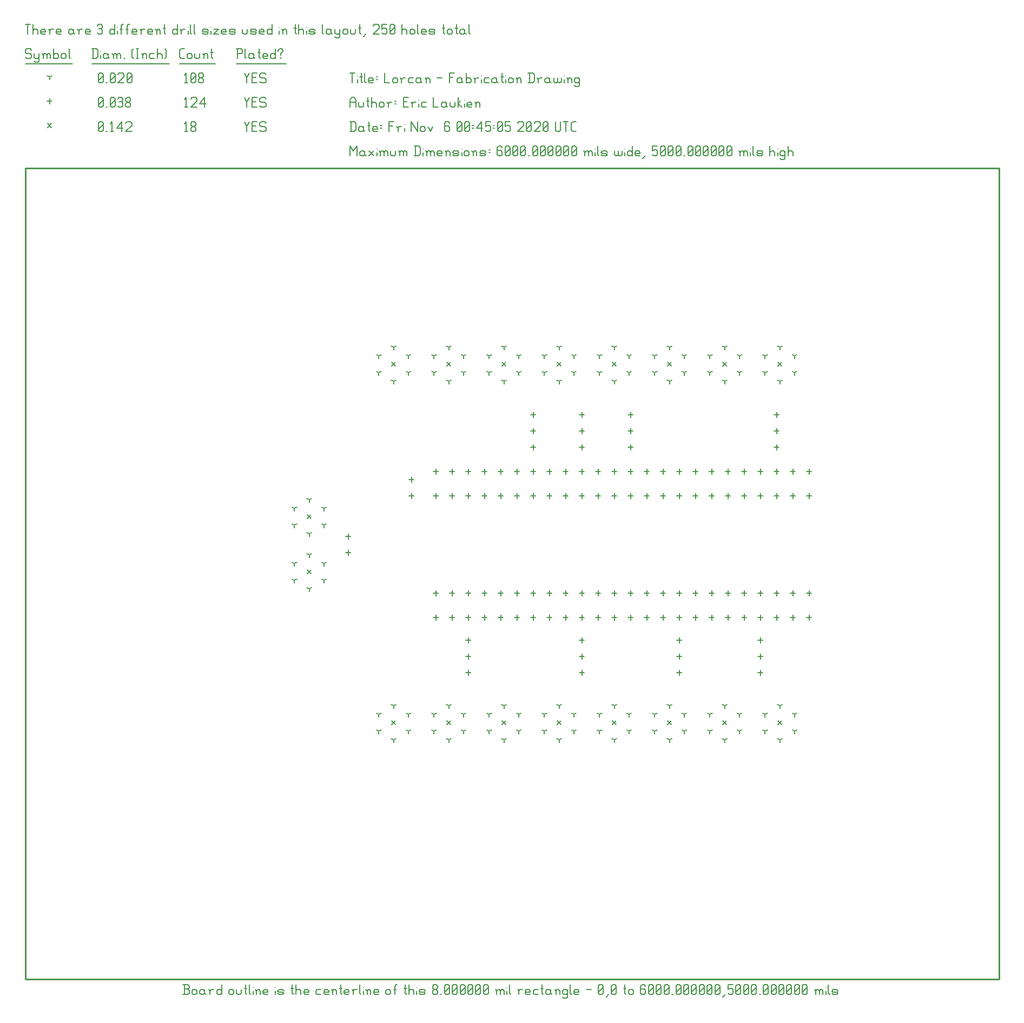
<source format=gbr>
G04 start of page 8 for group -3984 idx -3984 *
G04 Title: Lorcan, fab *
G04 Creator: pcb 4.2.2 *
G04 CreationDate: Fri Nov  6 00:45:05 2020 UTC *
G04 For: ericl *
G04 Format: Gerber/RS-274X *
G04 PCB-Dimensions (mil): 6000.00 5000.00 *
G04 PCB-Coordinate-Origin: lower left *
%MOIN*%
%FSLAX25Y25*%
%LNFAB*%
%ADD40C,0.0100*%
%ADD39C,0.0075*%
%ADD38C,0.0060*%
%ADD37C,0.0080*%
G54D37*X173800Y286200D02*X176200Y283800D01*
X173800D02*X176200Y286200D01*
X173800Y252200D02*X176200Y249800D01*
X173800D02*X176200Y252200D01*
X259800Y159200D02*X262200Y156800D01*
X259800D02*X262200Y159200D01*
X225800D02*X228200Y156800D01*
X225800D02*X228200Y159200D01*
X327800D02*X330200Y156800D01*
X327800D02*X330200Y159200D01*
X293800D02*X296200Y156800D01*
X293800D02*X296200Y159200D01*
X395800D02*X398200Y156800D01*
X395800D02*X398200Y159200D01*
X361800D02*X364200Y156800D01*
X361800D02*X364200Y159200D01*
X463800D02*X466200Y156800D01*
X463800D02*X466200Y159200D01*
X429800D02*X432200Y156800D01*
X429800D02*X432200Y159200D01*
X259800Y380200D02*X262200Y377800D01*
X259800D02*X262200Y380200D01*
X225800D02*X228200Y377800D01*
X225800D02*X228200Y380200D01*
X327800D02*X330200Y377800D01*
X327800D02*X330200Y380200D01*
X293800D02*X296200Y377800D01*
X293800D02*X296200Y380200D01*
X395800D02*X398200Y377800D01*
X395800D02*X398200Y380200D01*
X361800D02*X364200Y377800D01*
X361800D02*X364200Y380200D01*
X463800D02*X466200Y377800D01*
X463800D02*X466200Y380200D01*
X429800D02*X432200Y377800D01*
X429800D02*X432200Y380200D01*
X13800Y527450D02*X16200Y525050D01*
X13800D02*X16200Y527450D01*
G54D38*X135000Y528500D02*X136500Y525500D01*
X138000Y528500D01*
X136500Y525500D02*Y522500D01*
X139800Y525800D02*X142050D01*
X139800Y522500D02*X142800D01*
X139800Y528500D02*Y522500D01*
Y528500D02*X142800D01*
X147600D02*X148350Y527750D01*
X145350Y528500D02*X147600D01*
X144600Y527750D02*X145350Y528500D01*
X144600Y527750D02*Y526250D01*
X145350Y525500D01*
X147600D01*
X148350Y524750D01*
Y523250D01*
X147600Y522500D02*X148350Y523250D01*
X145350Y522500D02*X147600D01*
X144600Y523250D02*X145350Y522500D01*
X98000Y527300D02*X99200Y528500D01*
Y522500D01*
X98000D02*X100250D01*
X102050Y523250D02*X102800Y522500D01*
X102050Y524450D02*Y523250D01*
Y524450D02*X103100Y525500D01*
X104000D01*
X105050Y524450D01*
Y523250D01*
X104300Y522500D02*X105050Y523250D01*
X102800Y522500D02*X104300D01*
X102050Y526550D02*X103100Y525500D01*
X102050Y527750D02*Y526550D01*
Y527750D02*X102800Y528500D01*
X104300D01*
X105050Y527750D01*
Y526550D01*
X104000Y525500D02*X105050Y526550D01*
X45000Y523250D02*X45750Y522500D01*
X45000Y527750D02*Y523250D01*
Y527750D02*X45750Y528500D01*
X47250D01*
X48000Y527750D01*
Y523250D01*
X47250Y522500D02*X48000Y523250D01*
X45750Y522500D02*X47250D01*
X45000Y524000D02*X48000Y527000D01*
X49800Y522500D02*X50550D01*
X52350Y527300D02*X53550Y528500D01*
Y522500D01*
X52350D02*X54600D01*
X56400Y524750D02*X59400Y528500D01*
X56400Y524750D02*X60150D01*
X59400Y528500D02*Y522500D01*
X61950Y527750D02*X62700Y528500D01*
X64950D01*
X65700Y527750D01*
Y526250D01*
X61950Y522500D02*X65700Y526250D01*
X61950Y522500D02*X65700D01*
X253000Y299600D02*Y296400D01*
X251400Y298000D02*X254600D01*
X263000Y299600D02*Y296400D01*
X261400Y298000D02*X264600D01*
X273000Y299600D02*Y296400D01*
X271400Y298000D02*X274600D01*
X283000Y299600D02*Y296400D01*
X281400Y298000D02*X284600D01*
X293000Y299600D02*Y296400D01*
X291400Y298000D02*X294600D01*
X303000Y299600D02*Y296400D01*
X301400Y298000D02*X304600D01*
X313000Y299600D02*Y296400D01*
X311400Y298000D02*X314600D01*
X323000Y299600D02*Y296400D01*
X321400Y298000D02*X324600D01*
X333000Y299600D02*Y296400D01*
X331400Y298000D02*X334600D01*
X343000Y299600D02*Y296400D01*
X341400Y298000D02*X344600D01*
X353000Y299600D02*Y296400D01*
X351400Y298000D02*X354600D01*
X363000Y299600D02*Y296400D01*
X361400Y298000D02*X364600D01*
X373000Y299600D02*Y296400D01*
X371400Y298000D02*X374600D01*
X383000Y299600D02*Y296400D01*
X381400Y298000D02*X384600D01*
X393000Y299600D02*Y296400D01*
X391400Y298000D02*X394600D01*
X403000Y299600D02*Y296400D01*
X401400Y298000D02*X404600D01*
X413000Y299600D02*Y296400D01*
X411400Y298000D02*X414600D01*
X423000Y299600D02*Y296400D01*
X421400Y298000D02*X424600D01*
X433000Y299600D02*Y296400D01*
X431400Y298000D02*X434600D01*
X443000Y299600D02*Y296400D01*
X441400Y298000D02*X444600D01*
X453000Y299600D02*Y296400D01*
X451400Y298000D02*X454600D01*
X463000Y299600D02*Y296400D01*
X461400Y298000D02*X464600D01*
X473000Y299600D02*Y296400D01*
X471400Y298000D02*X474600D01*
X483000Y299600D02*Y296400D01*
X481400Y298000D02*X484600D01*
X253000Y239600D02*Y236400D01*
X251400Y238000D02*X254600D01*
X263000Y239600D02*Y236400D01*
X261400Y238000D02*X264600D01*
X273000Y239600D02*Y236400D01*
X271400Y238000D02*X274600D01*
X283000Y239600D02*Y236400D01*
X281400Y238000D02*X284600D01*
X293000Y239600D02*Y236400D01*
X291400Y238000D02*X294600D01*
X303000Y239600D02*Y236400D01*
X301400Y238000D02*X304600D01*
X313000Y239600D02*Y236400D01*
X311400Y238000D02*X314600D01*
X323000Y239600D02*Y236400D01*
X321400Y238000D02*X324600D01*
X333000Y239600D02*Y236400D01*
X331400Y238000D02*X334600D01*
X343000Y239600D02*Y236400D01*
X341400Y238000D02*X344600D01*
X353000Y239600D02*Y236400D01*
X351400Y238000D02*X354600D01*
X363000Y239600D02*Y236400D01*
X361400Y238000D02*X364600D01*
X373000Y239600D02*Y236400D01*
X371400Y238000D02*X374600D01*
X383000Y239600D02*Y236400D01*
X381400Y238000D02*X384600D01*
X393000Y239600D02*Y236400D01*
X391400Y238000D02*X394600D01*
X403000Y239600D02*Y236400D01*
X401400Y238000D02*X404600D01*
X413000Y239600D02*Y236400D01*
X411400Y238000D02*X414600D01*
X423000Y239600D02*Y236400D01*
X421400Y238000D02*X424600D01*
X433000Y239600D02*Y236400D01*
X431400Y238000D02*X434600D01*
X443000Y239600D02*Y236400D01*
X441400Y238000D02*X444600D01*
X453000Y239600D02*Y236400D01*
X451400Y238000D02*X454600D01*
X463000Y239600D02*Y236400D01*
X461400Y238000D02*X464600D01*
X473000Y239600D02*Y236400D01*
X471400Y238000D02*X474600D01*
X483000Y239600D02*Y236400D01*
X481400Y238000D02*X484600D01*
X343000Y349600D02*Y346400D01*
X341400Y348000D02*X344600D01*
X343000Y339600D02*Y336400D01*
X341400Y338000D02*X344600D01*
X343000Y329600D02*Y326400D01*
X341400Y328000D02*X344600D01*
X373000Y349600D02*Y346400D01*
X371400Y348000D02*X374600D01*
X373000Y339600D02*Y336400D01*
X371400Y338000D02*X374600D01*
X373000Y329600D02*Y326400D01*
X371400Y328000D02*X374600D01*
X403000Y190600D02*Y187400D01*
X401400Y189000D02*X404600D01*
X403000Y200600D02*Y197400D01*
X401400Y199000D02*X404600D01*
X403000Y210600D02*Y207400D01*
X401400Y209000D02*X404600D01*
X453000Y190600D02*Y187400D01*
X451400Y189000D02*X454600D01*
X453000Y200600D02*Y197400D01*
X451400Y199000D02*X454600D01*
X453000Y210600D02*Y207400D01*
X451400Y209000D02*X454600D01*
X343000Y190600D02*Y187400D01*
X341400Y189000D02*X344600D01*
X343000Y200600D02*Y197400D01*
X341400Y199000D02*X344600D01*
X343000Y210600D02*Y207400D01*
X341400Y209000D02*X344600D01*
X273000Y190600D02*Y187400D01*
X271400Y189000D02*X274600D01*
X273000Y200600D02*Y197400D01*
X271400Y199000D02*X274600D01*
X273000Y210600D02*Y207400D01*
X271400Y209000D02*X274600D01*
X313000Y349600D02*Y346400D01*
X311400Y348000D02*X314600D01*
X313000Y339600D02*Y336400D01*
X311400Y338000D02*X314600D01*
X313000Y329600D02*Y326400D01*
X311400Y328000D02*X314600D01*
X463000Y349600D02*Y346400D01*
X461400Y348000D02*X464600D01*
X463000Y339600D02*Y336400D01*
X461400Y338000D02*X464600D01*
X463000Y329600D02*Y326400D01*
X461400Y328000D02*X464600D01*
X199000Y264600D02*Y261400D01*
X197400Y263000D02*X200600D01*
X199000Y274600D02*Y271400D01*
X197400Y273000D02*X200600D01*
X253000Y314600D02*Y311400D01*
X251400Y313000D02*X254600D01*
X263000Y314600D02*Y311400D01*
X261400Y313000D02*X264600D01*
X273000Y314600D02*Y311400D01*
X271400Y313000D02*X274600D01*
X283000Y314600D02*Y311400D01*
X281400Y313000D02*X284600D01*
X293000Y314600D02*Y311400D01*
X291400Y313000D02*X294600D01*
X303000Y314600D02*Y311400D01*
X301400Y313000D02*X304600D01*
X313000Y314600D02*Y311400D01*
X311400Y313000D02*X314600D01*
X323000Y314600D02*Y311400D01*
X321400Y313000D02*X324600D01*
X333000Y314600D02*Y311400D01*
X331400Y313000D02*X334600D01*
X343000Y314600D02*Y311400D01*
X341400Y313000D02*X344600D01*
X353000Y314600D02*Y311400D01*
X351400Y313000D02*X354600D01*
X363000Y314600D02*Y311400D01*
X361400Y313000D02*X364600D01*
X373000Y314600D02*Y311400D01*
X371400Y313000D02*X374600D01*
X383000Y314600D02*Y311400D01*
X381400Y313000D02*X384600D01*
X393000Y314600D02*Y311400D01*
X391400Y313000D02*X394600D01*
X403000Y314600D02*Y311400D01*
X401400Y313000D02*X404600D01*
X413000Y314600D02*Y311400D01*
X411400Y313000D02*X414600D01*
X423000Y314600D02*Y311400D01*
X421400Y313000D02*X424600D01*
X433000Y314600D02*Y311400D01*
X431400Y313000D02*X434600D01*
X443000Y314600D02*Y311400D01*
X441400Y313000D02*X444600D01*
X453000Y314600D02*Y311400D01*
X451400Y313000D02*X454600D01*
X463000Y314600D02*Y311400D01*
X461400Y313000D02*X464600D01*
X473000Y314600D02*Y311400D01*
X471400Y313000D02*X474600D01*
X483000Y314600D02*Y311400D01*
X481400Y313000D02*X484600D01*
X253000Y224600D02*Y221400D01*
X251400Y223000D02*X254600D01*
X263000Y224600D02*Y221400D01*
X261400Y223000D02*X264600D01*
X273000Y224600D02*Y221400D01*
X271400Y223000D02*X274600D01*
X283000Y224600D02*Y221400D01*
X281400Y223000D02*X284600D01*
X293000Y224600D02*Y221400D01*
X291400Y223000D02*X294600D01*
X303000Y224600D02*Y221400D01*
X301400Y223000D02*X304600D01*
X313000Y224600D02*Y221400D01*
X311400Y223000D02*X314600D01*
X323000Y224600D02*Y221400D01*
X321400Y223000D02*X324600D01*
X333000Y224600D02*Y221400D01*
X331400Y223000D02*X334600D01*
X343000Y224600D02*Y221400D01*
X341400Y223000D02*X344600D01*
X353000Y224600D02*Y221400D01*
X351400Y223000D02*X354600D01*
X363000Y224600D02*Y221400D01*
X361400Y223000D02*X364600D01*
X373000Y224600D02*Y221400D01*
X371400Y223000D02*X374600D01*
X383000Y224600D02*Y221400D01*
X381400Y223000D02*X384600D01*
X393000Y224600D02*Y221400D01*
X391400Y223000D02*X394600D01*
X403000Y224600D02*Y221400D01*
X401400Y223000D02*X404600D01*
X413000Y224600D02*Y221400D01*
X411400Y223000D02*X414600D01*
X423000Y224600D02*Y221400D01*
X421400Y223000D02*X424600D01*
X433000Y224600D02*Y221400D01*
X431400Y223000D02*X434600D01*
X443000Y224600D02*Y221400D01*
X441400Y223000D02*X444600D01*
X453000Y224600D02*Y221400D01*
X451400Y223000D02*X454600D01*
X463000Y224600D02*Y221400D01*
X461400Y223000D02*X464600D01*
X473000Y224600D02*Y221400D01*
X471400Y223000D02*X474600D01*
X483000Y224600D02*Y221400D01*
X481400Y223000D02*X484600D01*
X238000Y309600D02*Y306400D01*
X236400Y308000D02*X239600D01*
X238000Y299600D02*Y296400D01*
X236400Y298000D02*X239600D01*
X15000Y542850D02*Y539650D01*
X13400Y541250D02*X16600D01*
X135000Y543500D02*X136500Y540500D01*
X138000Y543500D01*
X136500Y540500D02*Y537500D01*
X139800Y540800D02*X142050D01*
X139800Y537500D02*X142800D01*
X139800Y543500D02*Y537500D01*
Y543500D02*X142800D01*
X147600D02*X148350Y542750D01*
X145350Y543500D02*X147600D01*
X144600Y542750D02*X145350Y543500D01*
X144600Y542750D02*Y541250D01*
X145350Y540500D01*
X147600D01*
X148350Y539750D01*
Y538250D01*
X147600Y537500D02*X148350Y538250D01*
X145350Y537500D02*X147600D01*
X144600Y538250D02*X145350Y537500D01*
X98000Y542300D02*X99200Y543500D01*
Y537500D01*
X98000D02*X100250D01*
X102050Y542750D02*X102800Y543500D01*
X105050D01*
X105800Y542750D01*
Y541250D01*
X102050Y537500D02*X105800Y541250D01*
X102050Y537500D02*X105800D01*
X107600Y539750D02*X110600Y543500D01*
X107600Y539750D02*X111350D01*
X110600Y543500D02*Y537500D01*
X45000Y538250D02*X45750Y537500D01*
X45000Y542750D02*Y538250D01*
Y542750D02*X45750Y543500D01*
X47250D01*
X48000Y542750D01*
Y538250D01*
X47250Y537500D02*X48000Y538250D01*
X45750Y537500D02*X47250D01*
X45000Y539000D02*X48000Y542000D01*
X49800Y537500D02*X50550D01*
X52350Y538250D02*X53100Y537500D01*
X52350Y542750D02*Y538250D01*
Y542750D02*X53100Y543500D01*
X54600D01*
X55350Y542750D01*
Y538250D01*
X54600Y537500D02*X55350Y538250D01*
X53100Y537500D02*X54600D01*
X52350Y539000D02*X55350Y542000D01*
X57150Y542750D02*X57900Y543500D01*
X59400D01*
X60150Y542750D01*
X59400Y537500D02*X60150Y538250D01*
X57900Y537500D02*X59400D01*
X57150Y538250D02*X57900Y537500D01*
Y540800D02*X59400D01*
X60150Y542750D02*Y541550D01*
Y540050D02*Y538250D01*
Y540050D02*X59400Y540800D01*
X60150Y541550D02*X59400Y540800D01*
X61950Y538250D02*X62700Y537500D01*
X61950Y539450D02*Y538250D01*
Y539450D02*X63000Y540500D01*
X63900D01*
X64950Y539450D01*
Y538250D01*
X64200Y537500D02*X64950Y538250D01*
X62700Y537500D02*X64200D01*
X61950Y541550D02*X63000Y540500D01*
X61950Y542750D02*Y541550D01*
Y542750D02*X62700Y543500D01*
X64200D01*
X64950Y542750D01*
Y541550D01*
X63900Y540500D02*X64950Y541550D01*
X175000Y274567D02*Y272967D01*
Y274567D02*X176387Y275367D01*
X175000Y274567D02*X173613Y275367D01*
X175000Y295433D02*Y293833D01*
Y295433D02*X176387Y296233D01*
X175000Y295433D02*X173613Y296233D01*
X165965Y279784D02*Y278184D01*
Y279784D02*X167352Y280584D01*
X165965Y279784D02*X164578Y280584D01*
X184035Y279784D02*Y278184D01*
Y279784D02*X185422Y280584D01*
X184035Y279784D02*X182648Y280584D01*
X165965Y290216D02*Y288616D01*
Y290216D02*X167352Y291016D01*
X165965Y290216D02*X164578Y291016D01*
X184035Y290216D02*Y288616D01*
Y290216D02*X185422Y291016D01*
X184035Y290216D02*X182648Y291016D01*
X175000Y240567D02*Y238967D01*
Y240567D02*X176387Y241367D01*
X175000Y240567D02*X173613Y241367D01*
X175000Y261433D02*Y259833D01*
Y261433D02*X176387Y262233D01*
X175000Y261433D02*X173613Y262233D01*
X165965Y245784D02*Y244184D01*
Y245784D02*X167352Y246584D01*
X165965Y245784D02*X164578Y246584D01*
X184035Y245784D02*Y244184D01*
Y245784D02*X185422Y246584D01*
X184035Y245784D02*X182648Y246584D01*
X165965Y256216D02*Y254616D01*
Y256216D02*X167352Y257016D01*
X165965Y256216D02*X164578Y257016D01*
X184035Y256216D02*Y254616D01*
Y256216D02*X185422Y257016D01*
X184035Y256216D02*X182648Y257016D01*
X261000Y147567D02*Y145967D01*
Y147567D02*X262387Y148367D01*
X261000Y147567D02*X259613Y148367D01*
X261000Y168433D02*Y166833D01*
Y168433D02*X262387Y169233D01*
X261000Y168433D02*X259613Y169233D01*
X251965Y152784D02*Y151184D01*
Y152784D02*X253352Y153584D01*
X251965Y152784D02*X250578Y153584D01*
X270035Y152784D02*Y151184D01*
Y152784D02*X271422Y153584D01*
X270035Y152784D02*X268648Y153584D01*
X251965Y163216D02*Y161616D01*
Y163216D02*X253352Y164016D01*
X251965Y163216D02*X250578Y164016D01*
X270035Y163216D02*Y161616D01*
Y163216D02*X271422Y164016D01*
X270035Y163216D02*X268648Y164016D01*
X227000Y147567D02*Y145967D01*
Y147567D02*X228387Y148367D01*
X227000Y147567D02*X225613Y148367D01*
X227000Y168433D02*Y166833D01*
Y168433D02*X228387Y169233D01*
X227000Y168433D02*X225613Y169233D01*
X217965Y152784D02*Y151184D01*
Y152784D02*X219352Y153584D01*
X217965Y152784D02*X216578Y153584D01*
X236035Y152784D02*Y151184D01*
Y152784D02*X237422Y153584D01*
X236035Y152784D02*X234648Y153584D01*
X217965Y163216D02*Y161616D01*
Y163216D02*X219352Y164016D01*
X217965Y163216D02*X216578Y164016D01*
X236035Y163216D02*Y161616D01*
Y163216D02*X237422Y164016D01*
X236035Y163216D02*X234648Y164016D01*
X329000Y147567D02*Y145967D01*
Y147567D02*X330387Y148367D01*
X329000Y147567D02*X327613Y148367D01*
X329000Y168433D02*Y166833D01*
Y168433D02*X330387Y169233D01*
X329000Y168433D02*X327613Y169233D01*
X319965Y152784D02*Y151184D01*
Y152784D02*X321352Y153584D01*
X319965Y152784D02*X318578Y153584D01*
X338035Y152784D02*Y151184D01*
Y152784D02*X339422Y153584D01*
X338035Y152784D02*X336648Y153584D01*
X319965Y163216D02*Y161616D01*
Y163216D02*X321352Y164016D01*
X319965Y163216D02*X318578Y164016D01*
X338035Y163216D02*Y161616D01*
Y163216D02*X339422Y164016D01*
X338035Y163216D02*X336648Y164016D01*
X295000Y147567D02*Y145967D01*
Y147567D02*X296387Y148367D01*
X295000Y147567D02*X293613Y148367D01*
X295000Y168433D02*Y166833D01*
Y168433D02*X296387Y169233D01*
X295000Y168433D02*X293613Y169233D01*
X285965Y152784D02*Y151184D01*
Y152784D02*X287352Y153584D01*
X285965Y152784D02*X284578Y153584D01*
X304035Y152784D02*Y151184D01*
Y152784D02*X305422Y153584D01*
X304035Y152784D02*X302648Y153584D01*
X285965Y163216D02*Y161616D01*
Y163216D02*X287352Y164016D01*
X285965Y163216D02*X284578Y164016D01*
X304035Y163216D02*Y161616D01*
Y163216D02*X305422Y164016D01*
X304035Y163216D02*X302648Y164016D01*
X397000Y147567D02*Y145967D01*
Y147567D02*X398387Y148367D01*
X397000Y147567D02*X395613Y148367D01*
X397000Y168433D02*Y166833D01*
Y168433D02*X398387Y169233D01*
X397000Y168433D02*X395613Y169233D01*
X387965Y152784D02*Y151184D01*
Y152784D02*X389352Y153584D01*
X387965Y152784D02*X386578Y153584D01*
X406035Y152784D02*Y151184D01*
Y152784D02*X407422Y153584D01*
X406035Y152784D02*X404648Y153584D01*
X387965Y163216D02*Y161616D01*
Y163216D02*X389352Y164016D01*
X387965Y163216D02*X386578Y164016D01*
X406035Y163216D02*Y161616D01*
Y163216D02*X407422Y164016D01*
X406035Y163216D02*X404648Y164016D01*
X363000Y147567D02*Y145967D01*
Y147567D02*X364387Y148367D01*
X363000Y147567D02*X361613Y148367D01*
X363000Y168433D02*Y166833D01*
Y168433D02*X364387Y169233D01*
X363000Y168433D02*X361613Y169233D01*
X353965Y152784D02*Y151184D01*
Y152784D02*X355352Y153584D01*
X353965Y152784D02*X352578Y153584D01*
X372035Y152784D02*Y151184D01*
Y152784D02*X373422Y153584D01*
X372035Y152784D02*X370648Y153584D01*
X353965Y163216D02*Y161616D01*
Y163216D02*X355352Y164016D01*
X353965Y163216D02*X352578Y164016D01*
X372035Y163216D02*Y161616D01*
Y163216D02*X373422Y164016D01*
X372035Y163216D02*X370648Y164016D01*
X465000Y147567D02*Y145967D01*
Y147567D02*X466387Y148367D01*
X465000Y147567D02*X463613Y148367D01*
X465000Y168433D02*Y166833D01*
Y168433D02*X466387Y169233D01*
X465000Y168433D02*X463613Y169233D01*
X455965Y152784D02*Y151184D01*
Y152784D02*X457352Y153584D01*
X455965Y152784D02*X454578Y153584D01*
X474035Y152784D02*Y151184D01*
Y152784D02*X475422Y153584D01*
X474035Y152784D02*X472648Y153584D01*
X455965Y163216D02*Y161616D01*
Y163216D02*X457352Y164016D01*
X455965Y163216D02*X454578Y164016D01*
X474035Y163216D02*Y161616D01*
Y163216D02*X475422Y164016D01*
X474035Y163216D02*X472648Y164016D01*
X431000Y147567D02*Y145967D01*
Y147567D02*X432387Y148367D01*
X431000Y147567D02*X429613Y148367D01*
X431000Y168433D02*Y166833D01*
Y168433D02*X432387Y169233D01*
X431000Y168433D02*X429613Y169233D01*
X421965Y152784D02*Y151184D01*
Y152784D02*X423352Y153584D01*
X421965Y152784D02*X420578Y153584D01*
X440035Y152784D02*Y151184D01*
Y152784D02*X441422Y153584D01*
X440035Y152784D02*X438648Y153584D01*
X421965Y163216D02*Y161616D01*
Y163216D02*X423352Y164016D01*
X421965Y163216D02*X420578Y164016D01*
X440035Y163216D02*Y161616D01*
Y163216D02*X441422Y164016D01*
X440035Y163216D02*X438648Y164016D01*
X261000Y368567D02*Y366967D01*
Y368567D02*X262387Y369367D01*
X261000Y368567D02*X259613Y369367D01*
X261000Y389433D02*Y387833D01*
Y389433D02*X262387Y390233D01*
X261000Y389433D02*X259613Y390233D01*
X251965Y373784D02*Y372184D01*
Y373784D02*X253352Y374584D01*
X251965Y373784D02*X250578Y374584D01*
X270035Y373784D02*Y372184D01*
Y373784D02*X271422Y374584D01*
X270035Y373784D02*X268648Y374584D01*
X251965Y384216D02*Y382616D01*
Y384216D02*X253352Y385016D01*
X251965Y384216D02*X250578Y385016D01*
X270035Y384216D02*Y382616D01*
Y384216D02*X271422Y385016D01*
X270035Y384216D02*X268648Y385016D01*
X227000Y368567D02*Y366967D01*
Y368567D02*X228387Y369367D01*
X227000Y368567D02*X225613Y369367D01*
X227000Y389433D02*Y387833D01*
Y389433D02*X228387Y390233D01*
X227000Y389433D02*X225613Y390233D01*
X217965Y373784D02*Y372184D01*
Y373784D02*X219352Y374584D01*
X217965Y373784D02*X216578Y374584D01*
X236035Y373784D02*Y372184D01*
Y373784D02*X237422Y374584D01*
X236035Y373784D02*X234648Y374584D01*
X217965Y384216D02*Y382616D01*
Y384216D02*X219352Y385016D01*
X217965Y384216D02*X216578Y385016D01*
X236035Y384216D02*Y382616D01*
Y384216D02*X237422Y385016D01*
X236035Y384216D02*X234648Y385016D01*
X329000Y368567D02*Y366967D01*
Y368567D02*X330387Y369367D01*
X329000Y368567D02*X327613Y369367D01*
X329000Y389433D02*Y387833D01*
Y389433D02*X330387Y390233D01*
X329000Y389433D02*X327613Y390233D01*
X319965Y373784D02*Y372184D01*
Y373784D02*X321352Y374584D01*
X319965Y373784D02*X318578Y374584D01*
X338035Y373784D02*Y372184D01*
Y373784D02*X339422Y374584D01*
X338035Y373784D02*X336648Y374584D01*
X319965Y384216D02*Y382616D01*
Y384216D02*X321352Y385016D01*
X319965Y384216D02*X318578Y385016D01*
X338035Y384216D02*Y382616D01*
Y384216D02*X339422Y385016D01*
X338035Y384216D02*X336648Y385016D01*
X295000Y368567D02*Y366967D01*
Y368567D02*X296387Y369367D01*
X295000Y368567D02*X293613Y369367D01*
X295000Y389433D02*Y387833D01*
Y389433D02*X296387Y390233D01*
X295000Y389433D02*X293613Y390233D01*
X285965Y373784D02*Y372184D01*
Y373784D02*X287352Y374584D01*
X285965Y373784D02*X284578Y374584D01*
X304035Y373784D02*Y372184D01*
Y373784D02*X305422Y374584D01*
X304035Y373784D02*X302648Y374584D01*
X285965Y384216D02*Y382616D01*
Y384216D02*X287352Y385016D01*
X285965Y384216D02*X284578Y385016D01*
X304035Y384216D02*Y382616D01*
Y384216D02*X305422Y385016D01*
X304035Y384216D02*X302648Y385016D01*
X397000Y368567D02*Y366967D01*
Y368567D02*X398387Y369367D01*
X397000Y368567D02*X395613Y369367D01*
X397000Y389433D02*Y387833D01*
Y389433D02*X398387Y390233D01*
X397000Y389433D02*X395613Y390233D01*
X387965Y373784D02*Y372184D01*
Y373784D02*X389352Y374584D01*
X387965Y373784D02*X386578Y374584D01*
X406035Y373784D02*Y372184D01*
Y373784D02*X407422Y374584D01*
X406035Y373784D02*X404648Y374584D01*
X387965Y384216D02*Y382616D01*
Y384216D02*X389352Y385016D01*
X387965Y384216D02*X386578Y385016D01*
X406035Y384216D02*Y382616D01*
Y384216D02*X407422Y385016D01*
X406035Y384216D02*X404648Y385016D01*
X363000Y368567D02*Y366967D01*
Y368567D02*X364387Y369367D01*
X363000Y368567D02*X361613Y369367D01*
X363000Y389433D02*Y387833D01*
Y389433D02*X364387Y390233D01*
X363000Y389433D02*X361613Y390233D01*
X353965Y373784D02*Y372184D01*
Y373784D02*X355352Y374584D01*
X353965Y373784D02*X352578Y374584D01*
X372035Y373784D02*Y372184D01*
Y373784D02*X373422Y374584D01*
X372035Y373784D02*X370648Y374584D01*
X353965Y384216D02*Y382616D01*
Y384216D02*X355352Y385016D01*
X353965Y384216D02*X352578Y385016D01*
X372035Y384216D02*Y382616D01*
Y384216D02*X373422Y385016D01*
X372035Y384216D02*X370648Y385016D01*
X465000Y368567D02*Y366967D01*
Y368567D02*X466387Y369367D01*
X465000Y368567D02*X463613Y369367D01*
X465000Y389433D02*Y387833D01*
Y389433D02*X466387Y390233D01*
X465000Y389433D02*X463613Y390233D01*
X455965Y373784D02*Y372184D01*
Y373784D02*X457352Y374584D01*
X455965Y373784D02*X454578Y374584D01*
X474035Y373784D02*Y372184D01*
Y373784D02*X475422Y374584D01*
X474035Y373784D02*X472648Y374584D01*
X455965Y384216D02*Y382616D01*
Y384216D02*X457352Y385016D01*
X455965Y384216D02*X454578Y385016D01*
X474035Y384216D02*Y382616D01*
Y384216D02*X475422Y385016D01*
X474035Y384216D02*X472648Y385016D01*
X431000Y368567D02*Y366967D01*
Y368567D02*X432387Y369367D01*
X431000Y368567D02*X429613Y369367D01*
X431000Y389433D02*Y387833D01*
Y389433D02*X432387Y390233D01*
X431000Y389433D02*X429613Y390233D01*
X421965Y373784D02*Y372184D01*
Y373784D02*X423352Y374584D01*
X421965Y373784D02*X420578Y374584D01*
X440035Y373784D02*Y372184D01*
Y373784D02*X441422Y374584D01*
X440035Y373784D02*X438648Y374584D01*
X421965Y384216D02*Y382616D01*
Y384216D02*X423352Y385016D01*
X421965Y384216D02*X420578Y385016D01*
X440035Y384216D02*Y382616D01*
Y384216D02*X441422Y385016D01*
X440035Y384216D02*X438648Y385016D01*
X15000Y556250D02*Y554650D01*
Y556250D02*X16387Y557050D01*
X15000Y556250D02*X13613Y557050D01*
X135000Y558500D02*X136500Y555500D01*
X138000Y558500D01*
X136500Y555500D02*Y552500D01*
X139800Y555800D02*X142050D01*
X139800Y552500D02*X142800D01*
X139800Y558500D02*Y552500D01*
Y558500D02*X142800D01*
X147600D02*X148350Y557750D01*
X145350Y558500D02*X147600D01*
X144600Y557750D02*X145350Y558500D01*
X144600Y557750D02*Y556250D01*
X145350Y555500D01*
X147600D01*
X148350Y554750D01*
Y553250D01*
X147600Y552500D02*X148350Y553250D01*
X145350Y552500D02*X147600D01*
X144600Y553250D02*X145350Y552500D01*
X98000Y557300D02*X99200Y558500D01*
Y552500D01*
X98000D02*X100250D01*
X102050Y553250D02*X102800Y552500D01*
X102050Y557750D02*Y553250D01*
Y557750D02*X102800Y558500D01*
X104300D01*
X105050Y557750D01*
Y553250D01*
X104300Y552500D02*X105050Y553250D01*
X102800Y552500D02*X104300D01*
X102050Y554000D02*X105050Y557000D01*
X106850Y553250D02*X107600Y552500D01*
X106850Y554450D02*Y553250D01*
Y554450D02*X107900Y555500D01*
X108800D01*
X109850Y554450D01*
Y553250D01*
X109100Y552500D02*X109850Y553250D01*
X107600Y552500D02*X109100D01*
X106850Y556550D02*X107900Y555500D01*
X106850Y557750D02*Y556550D01*
Y557750D02*X107600Y558500D01*
X109100D01*
X109850Y557750D01*
Y556550D01*
X108800Y555500D02*X109850Y556550D01*
X45000Y553250D02*X45750Y552500D01*
X45000Y557750D02*Y553250D01*
Y557750D02*X45750Y558500D01*
X47250D01*
X48000Y557750D01*
Y553250D01*
X47250Y552500D02*X48000Y553250D01*
X45750Y552500D02*X47250D01*
X45000Y554000D02*X48000Y557000D01*
X49800Y552500D02*X50550D01*
X52350Y553250D02*X53100Y552500D01*
X52350Y557750D02*Y553250D01*
Y557750D02*X53100Y558500D01*
X54600D01*
X55350Y557750D01*
Y553250D01*
X54600Y552500D02*X55350Y553250D01*
X53100Y552500D02*X54600D01*
X52350Y554000D02*X55350Y557000D01*
X57150Y557750D02*X57900Y558500D01*
X60150D01*
X60900Y557750D01*
Y556250D01*
X57150Y552500D02*X60900Y556250D01*
X57150Y552500D02*X60900D01*
X62700Y553250D02*X63450Y552500D01*
X62700Y557750D02*Y553250D01*
Y557750D02*X63450Y558500D01*
X64950D01*
X65700Y557750D01*
Y553250D01*
X64950Y552500D02*X65700Y553250D01*
X63450Y552500D02*X64950D01*
X62700Y554000D02*X65700Y557000D01*
X3000Y573500D02*X3750Y572750D01*
X750Y573500D02*X3000D01*
X0Y572750D02*X750Y573500D01*
X0Y572750D02*Y571250D01*
X750Y570500D01*
X3000D01*
X3750Y569750D01*
Y568250D01*
X3000Y567500D02*X3750Y568250D01*
X750Y567500D02*X3000D01*
X0Y568250D02*X750Y567500D01*
X5550Y570500D02*Y568250D01*
X6300Y567500D01*
X8550Y570500D02*Y566000D01*
X7800Y565250D02*X8550Y566000D01*
X6300Y565250D02*X7800D01*
X5550Y566000D02*X6300Y565250D01*
Y567500D02*X7800D01*
X8550Y568250D01*
X11100Y569750D02*Y567500D01*
Y569750D02*X11850Y570500D01*
X12600D01*
X13350Y569750D01*
Y567500D01*
Y569750D02*X14100Y570500D01*
X14850D01*
X15600Y569750D01*
Y567500D01*
X10350Y570500D02*X11100Y569750D01*
X17400Y573500D02*Y567500D01*
Y568250D02*X18150Y567500D01*
X19650D01*
X20400Y568250D01*
Y569750D02*Y568250D01*
X19650Y570500D02*X20400Y569750D01*
X18150Y570500D02*X19650D01*
X17400Y569750D02*X18150Y570500D01*
X22200Y569750D02*Y568250D01*
Y569750D02*X22950Y570500D01*
X24450D01*
X25200Y569750D01*
Y568250D01*
X24450Y567500D02*X25200Y568250D01*
X22950Y567500D02*X24450D01*
X22200Y568250D02*X22950Y567500D01*
X27000Y573500D02*Y568250D01*
X27750Y567500D01*
X0Y564250D02*X29250D01*
X41750Y573500D02*Y567500D01*
X43700Y573500D02*X44750Y572450D01*
Y568550D01*
X43700Y567500D02*X44750Y568550D01*
X41000Y567500D02*X43700D01*
X41000Y573500D02*X43700D01*
G54D39*X46550Y572000D02*Y571850D01*
G54D38*Y569750D02*Y567500D01*
X50300Y570500D02*X51050Y569750D01*
X48800Y570500D02*X50300D01*
X48050Y569750D02*X48800Y570500D01*
X48050Y569750D02*Y568250D01*
X48800Y567500D01*
X51050Y570500D02*Y568250D01*
X51800Y567500D01*
X48800D02*X50300D01*
X51050Y568250D01*
X54350Y569750D02*Y567500D01*
Y569750D02*X55100Y570500D01*
X55850D01*
X56600Y569750D01*
Y567500D01*
Y569750D02*X57350Y570500D01*
X58100D01*
X58850Y569750D01*
Y567500D01*
X53600Y570500D02*X54350Y569750D01*
X60650Y567500D02*X61400D01*
X65900Y568250D02*X66650Y567500D01*
X65900Y572750D02*X66650Y573500D01*
X65900Y572750D02*Y568250D01*
X68450Y573500D02*X69950D01*
X69200D02*Y567500D01*
X68450D02*X69950D01*
X72500Y569750D02*Y567500D01*
Y569750D02*X73250Y570500D01*
X74000D01*
X74750Y569750D01*
Y567500D01*
X71750Y570500D02*X72500Y569750D01*
X77300Y570500D02*X79550D01*
X76550Y569750D02*X77300Y570500D01*
X76550Y569750D02*Y568250D01*
X77300Y567500D01*
X79550D01*
X81350Y573500D02*Y567500D01*
Y569750D02*X82100Y570500D01*
X83600D01*
X84350Y569750D01*
Y567500D01*
X86150Y573500D02*X86900Y572750D01*
Y568250D01*
X86150Y567500D02*X86900Y568250D01*
X41000Y564250D02*X88700D01*
X96050Y567500D02*X98000D01*
X95000Y568550D02*X96050Y567500D01*
X95000Y572450D02*Y568550D01*
Y572450D02*X96050Y573500D01*
X98000D01*
X99800Y569750D02*Y568250D01*
Y569750D02*X100550Y570500D01*
X102050D01*
X102800Y569750D01*
Y568250D01*
X102050Y567500D02*X102800Y568250D01*
X100550Y567500D02*X102050D01*
X99800Y568250D02*X100550Y567500D01*
X104600Y570500D02*Y568250D01*
X105350Y567500D01*
X106850D01*
X107600Y568250D01*
Y570500D02*Y568250D01*
X110150Y569750D02*Y567500D01*
Y569750D02*X110900Y570500D01*
X111650D01*
X112400Y569750D01*
Y567500D01*
X109400Y570500D02*X110150Y569750D01*
X114950Y573500D02*Y568250D01*
X115700Y567500D01*
X114200Y571250D02*X115700D01*
X95000Y564250D02*X117200D01*
X130750Y573500D02*Y567500D01*
X130000Y573500D02*X133000D01*
X133750Y572750D01*
Y571250D01*
X133000Y570500D02*X133750Y571250D01*
X130750Y570500D02*X133000D01*
X135550Y573500D02*Y568250D01*
X136300Y567500D01*
X140050Y570500D02*X140800Y569750D01*
X138550Y570500D02*X140050D01*
X137800Y569750D02*X138550Y570500D01*
X137800Y569750D02*Y568250D01*
X138550Y567500D01*
X140800Y570500D02*Y568250D01*
X141550Y567500D01*
X138550D02*X140050D01*
X140800Y568250D01*
X144100Y573500D02*Y568250D01*
X144850Y567500D01*
X143350Y571250D02*X144850D01*
X147100Y567500D02*X149350D01*
X146350Y568250D02*X147100Y567500D01*
X146350Y569750D02*Y568250D01*
Y569750D02*X147100Y570500D01*
X148600D01*
X149350Y569750D01*
X146350Y569000D02*X149350D01*
Y569750D02*Y569000D01*
X154150Y573500D02*Y567500D01*
X153400D02*X154150Y568250D01*
X151900Y567500D02*X153400D01*
X151150Y568250D02*X151900Y567500D01*
X151150Y569750D02*Y568250D01*
Y569750D02*X151900Y570500D01*
X153400D01*
X154150Y569750D01*
X157450Y570500D02*Y569750D01*
Y568250D02*Y567500D01*
X155950Y572750D02*Y572000D01*
Y572750D02*X156700Y573500D01*
X158200D01*
X158950Y572750D01*
Y572000D01*
X157450Y570500D02*X158950Y572000D01*
X130000Y564250D02*X160750D01*
X0Y588500D02*X3000D01*
X1500D02*Y582500D01*
X4800Y588500D02*Y582500D01*
Y584750D02*X5550Y585500D01*
X7050D01*
X7800Y584750D01*
Y582500D01*
X10350D02*X12600D01*
X9600Y583250D02*X10350Y582500D01*
X9600Y584750D02*Y583250D01*
Y584750D02*X10350Y585500D01*
X11850D01*
X12600Y584750D01*
X9600Y584000D02*X12600D01*
Y584750D02*Y584000D01*
X15150Y584750D02*Y582500D01*
Y584750D02*X15900Y585500D01*
X17400D01*
X14400D02*X15150Y584750D01*
X19950Y582500D02*X22200D01*
X19200Y583250D02*X19950Y582500D01*
X19200Y584750D02*Y583250D01*
Y584750D02*X19950Y585500D01*
X21450D01*
X22200Y584750D01*
X19200Y584000D02*X22200D01*
Y584750D02*Y584000D01*
X28950Y585500D02*X29700Y584750D01*
X27450Y585500D02*X28950D01*
X26700Y584750D02*X27450Y585500D01*
X26700Y584750D02*Y583250D01*
X27450Y582500D01*
X29700Y585500D02*Y583250D01*
X30450Y582500D01*
X27450D02*X28950D01*
X29700Y583250D01*
X33000Y584750D02*Y582500D01*
Y584750D02*X33750Y585500D01*
X35250D01*
X32250D02*X33000Y584750D01*
X37800Y582500D02*X40050D01*
X37050Y583250D02*X37800Y582500D01*
X37050Y584750D02*Y583250D01*
Y584750D02*X37800Y585500D01*
X39300D01*
X40050Y584750D01*
X37050Y584000D02*X40050D01*
Y584750D02*Y584000D01*
X44550Y587750D02*X45300Y588500D01*
X46800D01*
X47550Y587750D01*
X46800Y582500D02*X47550Y583250D01*
X45300Y582500D02*X46800D01*
X44550Y583250D02*X45300Y582500D01*
Y585800D02*X46800D01*
X47550Y587750D02*Y586550D01*
Y585050D02*Y583250D01*
Y585050D02*X46800Y585800D01*
X47550Y586550D02*X46800Y585800D01*
X55050Y588500D02*Y582500D01*
X54300D02*X55050Y583250D01*
X52800Y582500D02*X54300D01*
X52050Y583250D02*X52800Y582500D01*
X52050Y584750D02*Y583250D01*
Y584750D02*X52800Y585500D01*
X54300D01*
X55050Y584750D01*
G54D39*X56850Y587000D02*Y586850D01*
G54D38*Y584750D02*Y582500D01*
X59100Y587750D02*Y582500D01*
Y587750D02*X59850Y588500D01*
X60600D01*
X58350Y585500D02*X59850D01*
X62850Y587750D02*Y582500D01*
Y587750D02*X63600Y588500D01*
X64350D01*
X62100Y585500D02*X63600D01*
X66600Y582500D02*X68850D01*
X65850Y583250D02*X66600Y582500D01*
X65850Y584750D02*Y583250D01*
Y584750D02*X66600Y585500D01*
X68100D01*
X68850Y584750D01*
X65850Y584000D02*X68850D01*
Y584750D02*Y584000D01*
X71400Y584750D02*Y582500D01*
Y584750D02*X72150Y585500D01*
X73650D01*
X70650D02*X71400Y584750D01*
X76200Y582500D02*X78450D01*
X75450Y583250D02*X76200Y582500D01*
X75450Y584750D02*Y583250D01*
Y584750D02*X76200Y585500D01*
X77700D01*
X78450Y584750D01*
X75450Y584000D02*X78450D01*
Y584750D02*Y584000D01*
X81000Y584750D02*Y582500D01*
Y584750D02*X81750Y585500D01*
X82500D01*
X83250Y584750D01*
Y582500D01*
X80250Y585500D02*X81000Y584750D01*
X85800Y588500D02*Y583250D01*
X86550Y582500D01*
X85050Y586250D02*X86550D01*
X93750Y588500D02*Y582500D01*
X93000D02*X93750Y583250D01*
X91500Y582500D02*X93000D01*
X90750Y583250D02*X91500Y582500D01*
X90750Y584750D02*Y583250D01*
Y584750D02*X91500Y585500D01*
X93000D01*
X93750Y584750D01*
X96300D02*Y582500D01*
Y584750D02*X97050Y585500D01*
X98550D01*
X95550D02*X96300Y584750D01*
G54D39*X100350Y587000D02*Y586850D01*
G54D38*Y584750D02*Y582500D01*
X101850Y588500D02*Y583250D01*
X102600Y582500D01*
X104100Y588500D02*Y583250D01*
X104850Y582500D01*
X109800D02*X112050D01*
X112800Y583250D01*
X112050Y584000D02*X112800Y583250D01*
X109800Y584000D02*X112050D01*
X109050Y584750D02*X109800Y584000D01*
X109050Y584750D02*X109800Y585500D01*
X112050D01*
X112800Y584750D01*
X109050Y583250D02*X109800Y582500D01*
G54D39*X114600Y587000D02*Y586850D01*
G54D38*Y584750D02*Y582500D01*
X116100Y585500D02*X119100D01*
X116100Y582500D02*X119100Y585500D01*
X116100Y582500D02*X119100D01*
X121650D02*X123900D01*
X120900Y583250D02*X121650Y582500D01*
X120900Y584750D02*Y583250D01*
Y584750D02*X121650Y585500D01*
X123150D01*
X123900Y584750D01*
X120900Y584000D02*X123900D01*
Y584750D02*Y584000D01*
X126450Y582500D02*X128700D01*
X129450Y583250D01*
X128700Y584000D02*X129450Y583250D01*
X126450Y584000D02*X128700D01*
X125700Y584750D02*X126450Y584000D01*
X125700Y584750D02*X126450Y585500D01*
X128700D01*
X129450Y584750D01*
X125700Y583250D02*X126450Y582500D01*
X133950Y585500D02*Y583250D01*
X134700Y582500D01*
X136200D01*
X136950Y583250D01*
Y585500D02*Y583250D01*
X139500Y582500D02*X141750D01*
X142500Y583250D01*
X141750Y584000D02*X142500Y583250D01*
X139500Y584000D02*X141750D01*
X138750Y584750D02*X139500Y584000D01*
X138750Y584750D02*X139500Y585500D01*
X141750D01*
X142500Y584750D01*
X138750Y583250D02*X139500Y582500D01*
X145050D02*X147300D01*
X144300Y583250D02*X145050Y582500D01*
X144300Y584750D02*Y583250D01*
Y584750D02*X145050Y585500D01*
X146550D01*
X147300Y584750D01*
X144300Y584000D02*X147300D01*
Y584750D02*Y584000D01*
X152100Y588500D02*Y582500D01*
X151350D02*X152100Y583250D01*
X149850Y582500D02*X151350D01*
X149100Y583250D02*X149850Y582500D01*
X149100Y584750D02*Y583250D01*
Y584750D02*X149850Y585500D01*
X151350D01*
X152100Y584750D01*
G54D39*X156600Y587000D02*Y586850D01*
G54D38*Y584750D02*Y582500D01*
X158850Y584750D02*Y582500D01*
Y584750D02*X159600Y585500D01*
X160350D01*
X161100Y584750D01*
Y582500D01*
X158100Y585500D02*X158850Y584750D01*
X166350Y588500D02*Y583250D01*
X167100Y582500D01*
X165600Y586250D02*X167100D01*
X168600Y588500D02*Y582500D01*
Y584750D02*X169350Y585500D01*
X170850D01*
X171600Y584750D01*
Y582500D01*
G54D39*X173400Y587000D02*Y586850D01*
G54D38*Y584750D02*Y582500D01*
X175650D02*X177900D01*
X178650Y583250D01*
X177900Y584000D02*X178650Y583250D01*
X175650Y584000D02*X177900D01*
X174900Y584750D02*X175650Y584000D01*
X174900Y584750D02*X175650Y585500D01*
X177900D01*
X178650Y584750D01*
X174900Y583250D02*X175650Y582500D01*
X183150Y588500D02*Y583250D01*
X183900Y582500D01*
X187650Y585500D02*X188400Y584750D01*
X186150Y585500D02*X187650D01*
X185400Y584750D02*X186150Y585500D01*
X185400Y584750D02*Y583250D01*
X186150Y582500D01*
X188400Y585500D02*Y583250D01*
X189150Y582500D01*
X186150D02*X187650D01*
X188400Y583250D01*
X190950Y585500D02*Y583250D01*
X191700Y582500D01*
X193950Y585500D02*Y581000D01*
X193200Y580250D02*X193950Y581000D01*
X191700Y580250D02*X193200D01*
X190950Y581000D02*X191700Y580250D01*
Y582500D02*X193200D01*
X193950Y583250D01*
X195750Y584750D02*Y583250D01*
Y584750D02*X196500Y585500D01*
X198000D01*
X198750Y584750D01*
Y583250D01*
X198000Y582500D02*X198750Y583250D01*
X196500Y582500D02*X198000D01*
X195750Y583250D02*X196500Y582500D01*
X200550Y585500D02*Y583250D01*
X201300Y582500D01*
X202800D01*
X203550Y583250D01*
Y585500D02*Y583250D01*
X206100Y588500D02*Y583250D01*
X206850Y582500D01*
X205350Y586250D02*X206850D01*
X208350Y581000D02*X209850Y582500D01*
X214350Y587750D02*X215100Y588500D01*
X217350D01*
X218100Y587750D01*
Y586250D01*
X214350Y582500D02*X218100Y586250D01*
X214350Y582500D02*X218100D01*
X219900Y588500D02*X222900D01*
X219900D02*Y585500D01*
X220650Y586250D01*
X222150D01*
X222900Y585500D01*
Y583250D01*
X222150Y582500D02*X222900Y583250D01*
X220650Y582500D02*X222150D01*
X219900Y583250D02*X220650Y582500D01*
X224700Y583250D02*X225450Y582500D01*
X224700Y587750D02*Y583250D01*
Y587750D02*X225450Y588500D01*
X226950D01*
X227700Y587750D01*
Y583250D01*
X226950Y582500D02*X227700Y583250D01*
X225450Y582500D02*X226950D01*
X224700Y584000D02*X227700Y587000D01*
X232200Y588500D02*Y582500D01*
Y584750D02*X232950Y585500D01*
X234450D01*
X235200Y584750D01*
Y582500D01*
X237000Y584750D02*Y583250D01*
Y584750D02*X237750Y585500D01*
X239250D01*
X240000Y584750D01*
Y583250D01*
X239250Y582500D02*X240000Y583250D01*
X237750Y582500D02*X239250D01*
X237000Y583250D02*X237750Y582500D01*
X241800Y588500D02*Y583250D01*
X242550Y582500D01*
X244800D02*X247050D01*
X244050Y583250D02*X244800Y582500D01*
X244050Y584750D02*Y583250D01*
Y584750D02*X244800Y585500D01*
X246300D01*
X247050Y584750D01*
X244050Y584000D02*X247050D01*
Y584750D02*Y584000D01*
X249600Y582500D02*X251850D01*
X252600Y583250D01*
X251850Y584000D02*X252600Y583250D01*
X249600Y584000D02*X251850D01*
X248850Y584750D02*X249600Y584000D01*
X248850Y584750D02*X249600Y585500D01*
X251850D01*
X252600Y584750D01*
X248850Y583250D02*X249600Y582500D01*
X257850Y588500D02*Y583250D01*
X258600Y582500D01*
X257100Y586250D02*X258600D01*
X260100Y584750D02*Y583250D01*
Y584750D02*X260850Y585500D01*
X262350D01*
X263100Y584750D01*
Y583250D01*
X262350Y582500D02*X263100Y583250D01*
X260850Y582500D02*X262350D01*
X260100Y583250D02*X260850Y582500D01*
X265650Y588500D02*Y583250D01*
X266400Y582500D01*
X264900Y586250D02*X266400D01*
X270150Y585500D02*X270900Y584750D01*
X268650Y585500D02*X270150D01*
X267900Y584750D02*X268650Y585500D01*
X267900Y584750D02*Y583250D01*
X268650Y582500D01*
X270900Y585500D02*Y583250D01*
X271650Y582500D01*
X268650D02*X270150D01*
X270900Y583250D01*
X273450Y588500D02*Y583250D01*
X274200Y582500D01*
G54D40*X0Y500000D02*X600000D01*
X0D02*Y0D01*
X600000Y500000D02*Y0D01*
X0D02*X600000D01*
G54D38*X200000Y513500D02*Y507500D01*
Y513500D02*X202250Y510500D01*
X204500Y513500D01*
Y507500D01*
X208550Y510500D02*X209300Y509750D01*
X207050Y510500D02*X208550D01*
X206300Y509750D02*X207050Y510500D01*
X206300Y509750D02*Y508250D01*
X207050Y507500D01*
X209300Y510500D02*Y508250D01*
X210050Y507500D01*
X207050D02*X208550D01*
X209300Y508250D01*
X211850Y510500D02*X214850Y507500D01*
X211850D02*X214850Y510500D01*
G54D39*X216650Y512000D02*Y511850D01*
G54D38*Y509750D02*Y507500D01*
X218900Y509750D02*Y507500D01*
Y509750D02*X219650Y510500D01*
X220400D01*
X221150Y509750D01*
Y507500D01*
Y509750D02*X221900Y510500D01*
X222650D01*
X223400Y509750D01*
Y507500D01*
X218150Y510500D02*X218900Y509750D01*
X225200Y510500D02*Y508250D01*
X225950Y507500D01*
X227450D01*
X228200Y508250D01*
Y510500D02*Y508250D01*
X230750Y509750D02*Y507500D01*
Y509750D02*X231500Y510500D01*
X232250D01*
X233000Y509750D01*
Y507500D01*
Y509750D02*X233750Y510500D01*
X234500D01*
X235250Y509750D01*
Y507500D01*
X230000Y510500D02*X230750Y509750D01*
X240500Y513500D02*Y507500D01*
X242450Y513500D02*X243500Y512450D01*
Y508550D01*
X242450Y507500D02*X243500Y508550D01*
X239750Y507500D02*X242450D01*
X239750Y513500D02*X242450D01*
G54D39*X245300Y512000D02*Y511850D01*
G54D38*Y509750D02*Y507500D01*
X247550Y509750D02*Y507500D01*
Y509750D02*X248300Y510500D01*
X249050D01*
X249800Y509750D01*
Y507500D01*
Y509750D02*X250550Y510500D01*
X251300D01*
X252050Y509750D01*
Y507500D01*
X246800Y510500D02*X247550Y509750D01*
X254600Y507500D02*X256850D01*
X253850Y508250D02*X254600Y507500D01*
X253850Y509750D02*Y508250D01*
Y509750D02*X254600Y510500D01*
X256100D01*
X256850Y509750D01*
X253850Y509000D02*X256850D01*
Y509750D02*Y509000D01*
X259400Y509750D02*Y507500D01*
Y509750D02*X260150Y510500D01*
X260900D01*
X261650Y509750D01*
Y507500D01*
X258650Y510500D02*X259400Y509750D01*
X264200Y507500D02*X266450D01*
X267200Y508250D01*
X266450Y509000D02*X267200Y508250D01*
X264200Y509000D02*X266450D01*
X263450Y509750D02*X264200Y509000D01*
X263450Y509750D02*X264200Y510500D01*
X266450D01*
X267200Y509750D01*
X263450Y508250D02*X264200Y507500D01*
G54D39*X269000Y512000D02*Y511850D01*
G54D38*Y509750D02*Y507500D01*
X270500Y509750D02*Y508250D01*
Y509750D02*X271250Y510500D01*
X272750D01*
X273500Y509750D01*
Y508250D01*
X272750Y507500D02*X273500Y508250D01*
X271250Y507500D02*X272750D01*
X270500Y508250D02*X271250Y507500D01*
X276050Y509750D02*Y507500D01*
Y509750D02*X276800Y510500D01*
X277550D01*
X278300Y509750D01*
Y507500D01*
X275300Y510500D02*X276050Y509750D01*
X280850Y507500D02*X283100D01*
X283850Y508250D01*
X283100Y509000D02*X283850Y508250D01*
X280850Y509000D02*X283100D01*
X280100Y509750D02*X280850Y509000D01*
X280100Y509750D02*X280850Y510500D01*
X283100D01*
X283850Y509750D01*
X280100Y508250D02*X280850Y507500D01*
X285650Y511250D02*X286400D01*
X285650Y509750D02*X286400D01*
X293150Y513500D02*X293900Y512750D01*
X291650Y513500D02*X293150D01*
X290900Y512750D02*X291650Y513500D01*
X290900Y512750D02*Y508250D01*
X291650Y507500D01*
X293150Y510800D02*X293900Y510050D01*
X290900Y510800D02*X293150D01*
X291650Y507500D02*X293150D01*
X293900Y508250D01*
Y510050D02*Y508250D01*
X295700D02*X296450Y507500D01*
X295700Y512750D02*Y508250D01*
Y512750D02*X296450Y513500D01*
X297950D01*
X298700Y512750D01*
Y508250D01*
X297950Y507500D02*X298700Y508250D01*
X296450Y507500D02*X297950D01*
X295700Y509000D02*X298700Y512000D01*
X300500Y508250D02*X301250Y507500D01*
X300500Y512750D02*Y508250D01*
Y512750D02*X301250Y513500D01*
X302750D01*
X303500Y512750D01*
Y508250D01*
X302750Y507500D02*X303500Y508250D01*
X301250Y507500D02*X302750D01*
X300500Y509000D02*X303500Y512000D01*
X305300Y508250D02*X306050Y507500D01*
X305300Y512750D02*Y508250D01*
Y512750D02*X306050Y513500D01*
X307550D01*
X308300Y512750D01*
Y508250D01*
X307550Y507500D02*X308300Y508250D01*
X306050Y507500D02*X307550D01*
X305300Y509000D02*X308300Y512000D01*
X310100Y507500D02*X310850D01*
X312650Y508250D02*X313400Y507500D01*
X312650Y512750D02*Y508250D01*
Y512750D02*X313400Y513500D01*
X314900D01*
X315650Y512750D01*
Y508250D01*
X314900Y507500D02*X315650Y508250D01*
X313400Y507500D02*X314900D01*
X312650Y509000D02*X315650Y512000D01*
X317450Y508250D02*X318200Y507500D01*
X317450Y512750D02*Y508250D01*
Y512750D02*X318200Y513500D01*
X319700D01*
X320450Y512750D01*
Y508250D01*
X319700Y507500D02*X320450Y508250D01*
X318200Y507500D02*X319700D01*
X317450Y509000D02*X320450Y512000D01*
X322250Y508250D02*X323000Y507500D01*
X322250Y512750D02*Y508250D01*
Y512750D02*X323000Y513500D01*
X324500D01*
X325250Y512750D01*
Y508250D01*
X324500Y507500D02*X325250Y508250D01*
X323000Y507500D02*X324500D01*
X322250Y509000D02*X325250Y512000D01*
X327050Y508250D02*X327800Y507500D01*
X327050Y512750D02*Y508250D01*
Y512750D02*X327800Y513500D01*
X329300D01*
X330050Y512750D01*
Y508250D01*
X329300Y507500D02*X330050Y508250D01*
X327800Y507500D02*X329300D01*
X327050Y509000D02*X330050Y512000D01*
X331850Y508250D02*X332600Y507500D01*
X331850Y512750D02*Y508250D01*
Y512750D02*X332600Y513500D01*
X334100D01*
X334850Y512750D01*
Y508250D01*
X334100Y507500D02*X334850Y508250D01*
X332600Y507500D02*X334100D01*
X331850Y509000D02*X334850Y512000D01*
X336650Y508250D02*X337400Y507500D01*
X336650Y512750D02*Y508250D01*
Y512750D02*X337400Y513500D01*
X338900D01*
X339650Y512750D01*
Y508250D01*
X338900Y507500D02*X339650Y508250D01*
X337400Y507500D02*X338900D01*
X336650Y509000D02*X339650Y512000D01*
X344900Y509750D02*Y507500D01*
Y509750D02*X345650Y510500D01*
X346400D01*
X347150Y509750D01*
Y507500D01*
Y509750D02*X347900Y510500D01*
X348650D01*
X349400Y509750D01*
Y507500D01*
X344150Y510500D02*X344900Y509750D01*
G54D39*X351200Y512000D02*Y511850D01*
G54D38*Y509750D02*Y507500D01*
X352700Y513500D02*Y508250D01*
X353450Y507500D01*
X355700D02*X357950D01*
X358700Y508250D01*
X357950Y509000D02*X358700Y508250D01*
X355700Y509000D02*X357950D01*
X354950Y509750D02*X355700Y509000D01*
X354950Y509750D02*X355700Y510500D01*
X357950D01*
X358700Y509750D01*
X354950Y508250D02*X355700Y507500D01*
X363200Y510500D02*Y508250D01*
X363950Y507500D01*
X364700D01*
X365450Y508250D01*
Y510500D02*Y508250D01*
X366200Y507500D01*
X366950D01*
X367700Y508250D01*
Y510500D02*Y508250D01*
G54D39*X369500Y512000D02*Y511850D01*
G54D38*Y509750D02*Y507500D01*
X374000Y513500D02*Y507500D01*
X373250D02*X374000Y508250D01*
X371750Y507500D02*X373250D01*
X371000Y508250D02*X371750Y507500D01*
X371000Y509750D02*Y508250D01*
Y509750D02*X371750Y510500D01*
X373250D01*
X374000Y509750D01*
X376550Y507500D02*X378800D01*
X375800Y508250D02*X376550Y507500D01*
X375800Y509750D02*Y508250D01*
Y509750D02*X376550Y510500D01*
X378050D01*
X378800Y509750D01*
X375800Y509000D02*X378800D01*
Y509750D02*Y509000D01*
X380600Y506000D02*X382100Y507500D01*
X386600Y513500D02*X389600D01*
X386600D02*Y510500D01*
X387350Y511250D01*
X388850D01*
X389600Y510500D01*
Y508250D01*
X388850Y507500D02*X389600Y508250D01*
X387350Y507500D02*X388850D01*
X386600Y508250D02*X387350Y507500D01*
X391400Y508250D02*X392150Y507500D01*
X391400Y512750D02*Y508250D01*
Y512750D02*X392150Y513500D01*
X393650D01*
X394400Y512750D01*
Y508250D01*
X393650Y507500D02*X394400Y508250D01*
X392150Y507500D02*X393650D01*
X391400Y509000D02*X394400Y512000D01*
X396200Y508250D02*X396950Y507500D01*
X396200Y512750D02*Y508250D01*
Y512750D02*X396950Y513500D01*
X398450D01*
X399200Y512750D01*
Y508250D01*
X398450Y507500D02*X399200Y508250D01*
X396950Y507500D02*X398450D01*
X396200Y509000D02*X399200Y512000D01*
X401000Y508250D02*X401750Y507500D01*
X401000Y512750D02*Y508250D01*
Y512750D02*X401750Y513500D01*
X403250D01*
X404000Y512750D01*
Y508250D01*
X403250Y507500D02*X404000Y508250D01*
X401750Y507500D02*X403250D01*
X401000Y509000D02*X404000Y512000D01*
X405800Y507500D02*X406550D01*
X408350Y508250D02*X409100Y507500D01*
X408350Y512750D02*Y508250D01*
Y512750D02*X409100Y513500D01*
X410600D01*
X411350Y512750D01*
Y508250D01*
X410600Y507500D02*X411350Y508250D01*
X409100Y507500D02*X410600D01*
X408350Y509000D02*X411350Y512000D01*
X413150Y508250D02*X413900Y507500D01*
X413150Y512750D02*Y508250D01*
Y512750D02*X413900Y513500D01*
X415400D01*
X416150Y512750D01*
Y508250D01*
X415400Y507500D02*X416150Y508250D01*
X413900Y507500D02*X415400D01*
X413150Y509000D02*X416150Y512000D01*
X417950Y508250D02*X418700Y507500D01*
X417950Y512750D02*Y508250D01*
Y512750D02*X418700Y513500D01*
X420200D01*
X420950Y512750D01*
Y508250D01*
X420200Y507500D02*X420950Y508250D01*
X418700Y507500D02*X420200D01*
X417950Y509000D02*X420950Y512000D01*
X422750Y508250D02*X423500Y507500D01*
X422750Y512750D02*Y508250D01*
Y512750D02*X423500Y513500D01*
X425000D01*
X425750Y512750D01*
Y508250D01*
X425000Y507500D02*X425750Y508250D01*
X423500Y507500D02*X425000D01*
X422750Y509000D02*X425750Y512000D01*
X427550Y508250D02*X428300Y507500D01*
X427550Y512750D02*Y508250D01*
Y512750D02*X428300Y513500D01*
X429800D01*
X430550Y512750D01*
Y508250D01*
X429800Y507500D02*X430550Y508250D01*
X428300Y507500D02*X429800D01*
X427550Y509000D02*X430550Y512000D01*
X432350Y508250D02*X433100Y507500D01*
X432350Y512750D02*Y508250D01*
Y512750D02*X433100Y513500D01*
X434600D01*
X435350Y512750D01*
Y508250D01*
X434600Y507500D02*X435350Y508250D01*
X433100Y507500D02*X434600D01*
X432350Y509000D02*X435350Y512000D01*
X440600Y509750D02*Y507500D01*
Y509750D02*X441350Y510500D01*
X442100D01*
X442850Y509750D01*
Y507500D01*
Y509750D02*X443600Y510500D01*
X444350D01*
X445100Y509750D01*
Y507500D01*
X439850Y510500D02*X440600Y509750D01*
G54D39*X446900Y512000D02*Y511850D01*
G54D38*Y509750D02*Y507500D01*
X448400Y513500D02*Y508250D01*
X449150Y507500D01*
X451400D02*X453650D01*
X454400Y508250D01*
X453650Y509000D02*X454400Y508250D01*
X451400Y509000D02*X453650D01*
X450650Y509750D02*X451400Y509000D01*
X450650Y509750D02*X451400Y510500D01*
X453650D01*
X454400Y509750D01*
X450650Y508250D02*X451400Y507500D01*
X458900Y513500D02*Y507500D01*
Y509750D02*X459650Y510500D01*
X461150D01*
X461900Y509750D01*
Y507500D01*
G54D39*X463700Y512000D02*Y511850D01*
G54D38*Y509750D02*Y507500D01*
X467450Y510500D02*X468200Y509750D01*
X465950Y510500D02*X467450D01*
X465200Y509750D02*X465950Y510500D01*
X465200Y509750D02*Y508250D01*
X465950Y507500D01*
X467450D01*
X468200Y508250D01*
X465200Y506000D02*X465950Y505250D01*
X467450D01*
X468200Y506000D01*
Y510500D02*Y506000D01*
X470000Y513500D02*Y507500D01*
Y509750D02*X470750Y510500D01*
X472250D01*
X473000Y509750D01*
Y507500D01*
X97275Y-9500D02*X100275D01*
X101025Y-8750D01*
Y-6950D02*Y-8750D01*
X100275Y-6200D02*X101025Y-6950D01*
X98025Y-6200D02*X100275D01*
X98025Y-3500D02*Y-9500D01*
X97275Y-3500D02*X100275D01*
X101025Y-4250D01*
Y-5450D01*
X100275Y-6200D02*X101025Y-5450D01*
X102825Y-7250D02*Y-8750D01*
Y-7250D02*X103575Y-6500D01*
X105075D01*
X105825Y-7250D01*
Y-8750D01*
X105075Y-9500D02*X105825Y-8750D01*
X103575Y-9500D02*X105075D01*
X102825Y-8750D02*X103575Y-9500D01*
X109875Y-6500D02*X110625Y-7250D01*
X108375Y-6500D02*X109875D01*
X107625Y-7250D02*X108375Y-6500D01*
X107625Y-7250D02*Y-8750D01*
X108375Y-9500D01*
X110625Y-6500D02*Y-8750D01*
X111375Y-9500D01*
X108375D02*X109875D01*
X110625Y-8750D01*
X113925Y-7250D02*Y-9500D01*
Y-7250D02*X114675Y-6500D01*
X116175D01*
X113175D02*X113925Y-7250D01*
X120975Y-3500D02*Y-9500D01*
X120225D02*X120975Y-8750D01*
X118725Y-9500D02*X120225D01*
X117975Y-8750D02*X118725Y-9500D01*
X117975Y-7250D02*Y-8750D01*
Y-7250D02*X118725Y-6500D01*
X120225D01*
X120975Y-7250D01*
X125475D02*Y-8750D01*
Y-7250D02*X126225Y-6500D01*
X127725D01*
X128475Y-7250D01*
Y-8750D01*
X127725Y-9500D02*X128475Y-8750D01*
X126225Y-9500D02*X127725D01*
X125475Y-8750D02*X126225Y-9500D01*
X130275Y-6500D02*Y-8750D01*
X131025Y-9500D01*
X132525D01*
X133275Y-8750D01*
Y-6500D02*Y-8750D01*
X135825Y-3500D02*Y-8750D01*
X136575Y-9500D01*
X135075Y-5750D02*X136575D01*
X138075Y-3500D02*Y-8750D01*
X138825Y-9500D01*
G54D39*X140325Y-5000D02*Y-5150D01*
G54D38*Y-7250D02*Y-9500D01*
X142575Y-7250D02*Y-9500D01*
Y-7250D02*X143325Y-6500D01*
X144075D01*
X144825Y-7250D01*
Y-9500D01*
X141825Y-6500D02*X142575Y-7250D01*
X147375Y-9500D02*X149625D01*
X146625Y-8750D02*X147375Y-9500D01*
X146625Y-7250D02*Y-8750D01*
Y-7250D02*X147375Y-6500D01*
X148875D01*
X149625Y-7250D01*
X146625Y-8000D02*X149625D01*
Y-7250D02*Y-8000D01*
G54D39*X154125Y-5000D02*Y-5150D01*
G54D38*Y-7250D02*Y-9500D01*
X156375D02*X158625D01*
X159375Y-8750D01*
X158625Y-8000D02*X159375Y-8750D01*
X156375Y-8000D02*X158625D01*
X155625Y-7250D02*X156375Y-8000D01*
X155625Y-7250D02*X156375Y-6500D01*
X158625D01*
X159375Y-7250D01*
X155625Y-8750D02*X156375Y-9500D01*
X164625Y-3500D02*Y-8750D01*
X165375Y-9500D01*
X163875Y-5750D02*X165375D01*
X166875Y-3500D02*Y-9500D01*
Y-7250D02*X167625Y-6500D01*
X169125D01*
X169875Y-7250D01*
Y-9500D01*
X172425D02*X174675D01*
X171675Y-8750D02*X172425Y-9500D01*
X171675Y-7250D02*Y-8750D01*
Y-7250D02*X172425Y-6500D01*
X173925D01*
X174675Y-7250D01*
X171675Y-8000D02*X174675D01*
Y-7250D02*Y-8000D01*
X179925Y-6500D02*X182175D01*
X179175Y-7250D02*X179925Y-6500D01*
X179175Y-7250D02*Y-8750D01*
X179925Y-9500D01*
X182175D01*
X184725D02*X186975D01*
X183975Y-8750D02*X184725Y-9500D01*
X183975Y-7250D02*Y-8750D01*
Y-7250D02*X184725Y-6500D01*
X186225D01*
X186975Y-7250D01*
X183975Y-8000D02*X186975D01*
Y-7250D02*Y-8000D01*
X189525Y-7250D02*Y-9500D01*
Y-7250D02*X190275Y-6500D01*
X191025D01*
X191775Y-7250D01*
Y-9500D01*
X188775Y-6500D02*X189525Y-7250D01*
X194325Y-3500D02*Y-8750D01*
X195075Y-9500D01*
X193575Y-5750D02*X195075D01*
X197325Y-9500D02*X199575D01*
X196575Y-8750D02*X197325Y-9500D01*
X196575Y-7250D02*Y-8750D01*
Y-7250D02*X197325Y-6500D01*
X198825D01*
X199575Y-7250D01*
X196575Y-8000D02*X199575D01*
Y-7250D02*Y-8000D01*
X202125Y-7250D02*Y-9500D01*
Y-7250D02*X202875Y-6500D01*
X204375D01*
X201375D02*X202125Y-7250D01*
X206175Y-3500D02*Y-8750D01*
X206925Y-9500D01*
G54D39*X208425Y-5000D02*Y-5150D01*
G54D38*Y-7250D02*Y-9500D01*
X210675Y-7250D02*Y-9500D01*
Y-7250D02*X211425Y-6500D01*
X212175D01*
X212925Y-7250D01*
Y-9500D01*
X209925Y-6500D02*X210675Y-7250D01*
X215475Y-9500D02*X217725D01*
X214725Y-8750D02*X215475Y-9500D01*
X214725Y-7250D02*Y-8750D01*
Y-7250D02*X215475Y-6500D01*
X216975D01*
X217725Y-7250D01*
X214725Y-8000D02*X217725D01*
Y-7250D02*Y-8000D01*
X222225Y-7250D02*Y-8750D01*
Y-7250D02*X222975Y-6500D01*
X224475D01*
X225225Y-7250D01*
Y-8750D01*
X224475Y-9500D02*X225225Y-8750D01*
X222975Y-9500D02*X224475D01*
X222225Y-8750D02*X222975Y-9500D01*
X227775Y-4250D02*Y-9500D01*
Y-4250D02*X228525Y-3500D01*
X229275D01*
X227025Y-6500D02*X228525D01*
X234225Y-3500D02*Y-8750D01*
X234975Y-9500D01*
X233475Y-5750D02*X234975D01*
X236475Y-3500D02*Y-9500D01*
Y-7250D02*X237225Y-6500D01*
X238725D01*
X239475Y-7250D01*
Y-9500D01*
G54D39*X241275Y-5000D02*Y-5150D01*
G54D38*Y-7250D02*Y-9500D01*
X243525D02*X245775D01*
X246525Y-8750D01*
X245775Y-8000D02*X246525Y-8750D01*
X243525Y-8000D02*X245775D01*
X242775Y-7250D02*X243525Y-8000D01*
X242775Y-7250D02*X243525Y-6500D01*
X245775D01*
X246525Y-7250D01*
X242775Y-8750D02*X243525Y-9500D01*
X251025Y-8750D02*X251775Y-9500D01*
X251025Y-7550D02*Y-8750D01*
Y-7550D02*X252075Y-6500D01*
X252975D01*
X254025Y-7550D01*
Y-8750D01*
X253275Y-9500D02*X254025Y-8750D01*
X251775Y-9500D02*X253275D01*
X251025Y-5450D02*X252075Y-6500D01*
X251025Y-4250D02*Y-5450D01*
Y-4250D02*X251775Y-3500D01*
X253275D01*
X254025Y-4250D01*
Y-5450D01*
X252975Y-6500D02*X254025Y-5450D01*
X255825Y-9500D02*X256575D01*
X258375Y-8750D02*X259125Y-9500D01*
X258375Y-4250D02*Y-8750D01*
Y-4250D02*X259125Y-3500D01*
X260625D01*
X261375Y-4250D01*
Y-8750D01*
X260625Y-9500D02*X261375Y-8750D01*
X259125Y-9500D02*X260625D01*
X258375Y-8000D02*X261375Y-5000D01*
X263175Y-8750D02*X263925Y-9500D01*
X263175Y-4250D02*Y-8750D01*
Y-4250D02*X263925Y-3500D01*
X265425D01*
X266175Y-4250D01*
Y-8750D01*
X265425Y-9500D02*X266175Y-8750D01*
X263925Y-9500D02*X265425D01*
X263175Y-8000D02*X266175Y-5000D01*
X267975Y-8750D02*X268725Y-9500D01*
X267975Y-4250D02*Y-8750D01*
Y-4250D02*X268725Y-3500D01*
X270225D01*
X270975Y-4250D01*
Y-8750D01*
X270225Y-9500D02*X270975Y-8750D01*
X268725Y-9500D02*X270225D01*
X267975Y-8000D02*X270975Y-5000D01*
X272775Y-8750D02*X273525Y-9500D01*
X272775Y-4250D02*Y-8750D01*
Y-4250D02*X273525Y-3500D01*
X275025D01*
X275775Y-4250D01*
Y-8750D01*
X275025Y-9500D02*X275775Y-8750D01*
X273525Y-9500D02*X275025D01*
X272775Y-8000D02*X275775Y-5000D01*
X277575Y-8750D02*X278325Y-9500D01*
X277575Y-4250D02*Y-8750D01*
Y-4250D02*X278325Y-3500D01*
X279825D01*
X280575Y-4250D01*
Y-8750D01*
X279825Y-9500D02*X280575Y-8750D01*
X278325Y-9500D02*X279825D01*
X277575Y-8000D02*X280575Y-5000D01*
X282375Y-8750D02*X283125Y-9500D01*
X282375Y-4250D02*Y-8750D01*
Y-4250D02*X283125Y-3500D01*
X284625D01*
X285375Y-4250D01*
Y-8750D01*
X284625Y-9500D02*X285375Y-8750D01*
X283125Y-9500D02*X284625D01*
X282375Y-8000D02*X285375Y-5000D01*
X290625Y-7250D02*Y-9500D01*
Y-7250D02*X291375Y-6500D01*
X292125D01*
X292875Y-7250D01*
Y-9500D01*
Y-7250D02*X293625Y-6500D01*
X294375D01*
X295125Y-7250D01*
Y-9500D01*
X289875Y-6500D02*X290625Y-7250D01*
G54D39*X296925Y-5000D02*Y-5150D01*
G54D38*Y-7250D02*Y-9500D01*
X298425Y-3500D02*Y-8750D01*
X299175Y-9500D01*
X304125Y-7250D02*Y-9500D01*
Y-7250D02*X304875Y-6500D01*
X306375D01*
X303375D02*X304125Y-7250D01*
X308925Y-9500D02*X311175D01*
X308175Y-8750D02*X308925Y-9500D01*
X308175Y-7250D02*Y-8750D01*
Y-7250D02*X308925Y-6500D01*
X310425D01*
X311175Y-7250D01*
X308175Y-8000D02*X311175D01*
Y-7250D02*Y-8000D01*
X313725Y-6500D02*X315975D01*
X312975Y-7250D02*X313725Y-6500D01*
X312975Y-7250D02*Y-8750D01*
X313725Y-9500D01*
X315975D01*
X318525Y-3500D02*Y-8750D01*
X319275Y-9500D01*
X317775Y-5750D02*X319275D01*
X323025Y-6500D02*X323775Y-7250D01*
X321525Y-6500D02*X323025D01*
X320775Y-7250D02*X321525Y-6500D01*
X320775Y-7250D02*Y-8750D01*
X321525Y-9500D01*
X323775Y-6500D02*Y-8750D01*
X324525Y-9500D01*
X321525D02*X323025D01*
X323775Y-8750D01*
X327075Y-7250D02*Y-9500D01*
Y-7250D02*X327825Y-6500D01*
X328575D01*
X329325Y-7250D01*
Y-9500D01*
X326325Y-6500D02*X327075Y-7250D01*
X333375Y-6500D02*X334125Y-7250D01*
X331875Y-6500D02*X333375D01*
X331125Y-7250D02*X331875Y-6500D01*
X331125Y-7250D02*Y-8750D01*
X331875Y-9500D01*
X333375D01*
X334125Y-8750D01*
X331125Y-11000D02*X331875Y-11750D01*
X333375D01*
X334125Y-11000D01*
Y-6500D02*Y-11000D01*
X335925Y-3500D02*Y-8750D01*
X336675Y-9500D01*
X338925D02*X341175D01*
X338175Y-8750D02*X338925Y-9500D01*
X338175Y-7250D02*Y-8750D01*
Y-7250D02*X338925Y-6500D01*
X340425D01*
X341175Y-7250D01*
X338175Y-8000D02*X341175D01*
Y-7250D02*Y-8000D01*
X345675Y-6500D02*X348675D01*
X353175Y-8750D02*X353925Y-9500D01*
X353175Y-4250D02*Y-8750D01*
Y-4250D02*X353925Y-3500D01*
X355425D01*
X356175Y-4250D01*
Y-8750D01*
X355425Y-9500D02*X356175Y-8750D01*
X353925Y-9500D02*X355425D01*
X353175Y-8000D02*X356175Y-5000D01*
X357975Y-11000D02*X359475Y-9500D01*
X361275Y-8750D02*X362025Y-9500D01*
X361275Y-4250D02*Y-8750D01*
Y-4250D02*X362025Y-3500D01*
X363525D01*
X364275Y-4250D01*
Y-8750D01*
X363525Y-9500D02*X364275Y-8750D01*
X362025Y-9500D02*X363525D01*
X361275Y-8000D02*X364275Y-5000D01*
X369525Y-3500D02*Y-8750D01*
X370275Y-9500D01*
X368775Y-5750D02*X370275D01*
X371775Y-7250D02*Y-8750D01*
Y-7250D02*X372525Y-6500D01*
X374025D01*
X374775Y-7250D01*
Y-8750D01*
X374025Y-9500D02*X374775Y-8750D01*
X372525Y-9500D02*X374025D01*
X371775Y-8750D02*X372525Y-9500D01*
X381525Y-3500D02*X382275Y-4250D01*
X380025Y-3500D02*X381525D01*
X379275Y-4250D02*X380025Y-3500D01*
X379275Y-4250D02*Y-8750D01*
X380025Y-9500D01*
X381525Y-6200D02*X382275Y-6950D01*
X379275Y-6200D02*X381525D01*
X380025Y-9500D02*X381525D01*
X382275Y-8750D01*
Y-6950D02*Y-8750D01*
X384075D02*X384825Y-9500D01*
X384075Y-4250D02*Y-8750D01*
Y-4250D02*X384825Y-3500D01*
X386325D01*
X387075Y-4250D01*
Y-8750D01*
X386325Y-9500D02*X387075Y-8750D01*
X384825Y-9500D02*X386325D01*
X384075Y-8000D02*X387075Y-5000D01*
X388875Y-8750D02*X389625Y-9500D01*
X388875Y-4250D02*Y-8750D01*
Y-4250D02*X389625Y-3500D01*
X391125D01*
X391875Y-4250D01*
Y-8750D01*
X391125Y-9500D02*X391875Y-8750D01*
X389625Y-9500D02*X391125D01*
X388875Y-8000D02*X391875Y-5000D01*
X393675Y-8750D02*X394425Y-9500D01*
X393675Y-4250D02*Y-8750D01*
Y-4250D02*X394425Y-3500D01*
X395925D01*
X396675Y-4250D01*
Y-8750D01*
X395925Y-9500D02*X396675Y-8750D01*
X394425Y-9500D02*X395925D01*
X393675Y-8000D02*X396675Y-5000D01*
X398475Y-9500D02*X399225D01*
X401025Y-8750D02*X401775Y-9500D01*
X401025Y-4250D02*Y-8750D01*
Y-4250D02*X401775Y-3500D01*
X403275D01*
X404025Y-4250D01*
Y-8750D01*
X403275Y-9500D02*X404025Y-8750D01*
X401775Y-9500D02*X403275D01*
X401025Y-8000D02*X404025Y-5000D01*
X405825Y-8750D02*X406575Y-9500D01*
X405825Y-4250D02*Y-8750D01*
Y-4250D02*X406575Y-3500D01*
X408075D01*
X408825Y-4250D01*
Y-8750D01*
X408075Y-9500D02*X408825Y-8750D01*
X406575Y-9500D02*X408075D01*
X405825Y-8000D02*X408825Y-5000D01*
X410625Y-8750D02*X411375Y-9500D01*
X410625Y-4250D02*Y-8750D01*
Y-4250D02*X411375Y-3500D01*
X412875D01*
X413625Y-4250D01*
Y-8750D01*
X412875Y-9500D02*X413625Y-8750D01*
X411375Y-9500D02*X412875D01*
X410625Y-8000D02*X413625Y-5000D01*
X415425Y-8750D02*X416175Y-9500D01*
X415425Y-4250D02*Y-8750D01*
Y-4250D02*X416175Y-3500D01*
X417675D01*
X418425Y-4250D01*
Y-8750D01*
X417675Y-9500D02*X418425Y-8750D01*
X416175Y-9500D02*X417675D01*
X415425Y-8000D02*X418425Y-5000D01*
X420225Y-8750D02*X420975Y-9500D01*
X420225Y-4250D02*Y-8750D01*
Y-4250D02*X420975Y-3500D01*
X422475D01*
X423225Y-4250D01*
Y-8750D01*
X422475Y-9500D02*X423225Y-8750D01*
X420975Y-9500D02*X422475D01*
X420225Y-8000D02*X423225Y-5000D01*
X425025Y-8750D02*X425775Y-9500D01*
X425025Y-4250D02*Y-8750D01*
Y-4250D02*X425775Y-3500D01*
X427275D01*
X428025Y-4250D01*
Y-8750D01*
X427275Y-9500D02*X428025Y-8750D01*
X425775Y-9500D02*X427275D01*
X425025Y-8000D02*X428025Y-5000D01*
X429825Y-11000D02*X431325Y-9500D01*
X433125Y-3500D02*X436125D01*
X433125D02*Y-6500D01*
X433875Y-5750D01*
X435375D01*
X436125Y-6500D01*
Y-8750D01*
X435375Y-9500D02*X436125Y-8750D01*
X433875Y-9500D02*X435375D01*
X433125Y-8750D02*X433875Y-9500D01*
X437925Y-8750D02*X438675Y-9500D01*
X437925Y-4250D02*Y-8750D01*
Y-4250D02*X438675Y-3500D01*
X440175D01*
X440925Y-4250D01*
Y-8750D01*
X440175Y-9500D02*X440925Y-8750D01*
X438675Y-9500D02*X440175D01*
X437925Y-8000D02*X440925Y-5000D01*
X442725Y-8750D02*X443475Y-9500D01*
X442725Y-4250D02*Y-8750D01*
Y-4250D02*X443475Y-3500D01*
X444975D01*
X445725Y-4250D01*
Y-8750D01*
X444975Y-9500D02*X445725Y-8750D01*
X443475Y-9500D02*X444975D01*
X442725Y-8000D02*X445725Y-5000D01*
X447525Y-8750D02*X448275Y-9500D01*
X447525Y-4250D02*Y-8750D01*
Y-4250D02*X448275Y-3500D01*
X449775D01*
X450525Y-4250D01*
Y-8750D01*
X449775Y-9500D02*X450525Y-8750D01*
X448275Y-9500D02*X449775D01*
X447525Y-8000D02*X450525Y-5000D01*
X452325Y-9500D02*X453075D01*
X454875Y-8750D02*X455625Y-9500D01*
X454875Y-4250D02*Y-8750D01*
Y-4250D02*X455625Y-3500D01*
X457125D01*
X457875Y-4250D01*
Y-8750D01*
X457125Y-9500D02*X457875Y-8750D01*
X455625Y-9500D02*X457125D01*
X454875Y-8000D02*X457875Y-5000D01*
X459675Y-8750D02*X460425Y-9500D01*
X459675Y-4250D02*Y-8750D01*
Y-4250D02*X460425Y-3500D01*
X461925D01*
X462675Y-4250D01*
Y-8750D01*
X461925Y-9500D02*X462675Y-8750D01*
X460425Y-9500D02*X461925D01*
X459675Y-8000D02*X462675Y-5000D01*
X464475Y-8750D02*X465225Y-9500D01*
X464475Y-4250D02*Y-8750D01*
Y-4250D02*X465225Y-3500D01*
X466725D01*
X467475Y-4250D01*
Y-8750D01*
X466725Y-9500D02*X467475Y-8750D01*
X465225Y-9500D02*X466725D01*
X464475Y-8000D02*X467475Y-5000D01*
X469275Y-8750D02*X470025Y-9500D01*
X469275Y-4250D02*Y-8750D01*
Y-4250D02*X470025Y-3500D01*
X471525D01*
X472275Y-4250D01*
Y-8750D01*
X471525Y-9500D02*X472275Y-8750D01*
X470025Y-9500D02*X471525D01*
X469275Y-8000D02*X472275Y-5000D01*
X474075Y-8750D02*X474825Y-9500D01*
X474075Y-4250D02*Y-8750D01*
Y-4250D02*X474825Y-3500D01*
X476325D01*
X477075Y-4250D01*
Y-8750D01*
X476325Y-9500D02*X477075Y-8750D01*
X474825Y-9500D02*X476325D01*
X474075Y-8000D02*X477075Y-5000D01*
X478875Y-8750D02*X479625Y-9500D01*
X478875Y-4250D02*Y-8750D01*
Y-4250D02*X479625Y-3500D01*
X481125D01*
X481875Y-4250D01*
Y-8750D01*
X481125Y-9500D02*X481875Y-8750D01*
X479625Y-9500D02*X481125D01*
X478875Y-8000D02*X481875Y-5000D01*
X487125Y-7250D02*Y-9500D01*
Y-7250D02*X487875Y-6500D01*
X488625D01*
X489375Y-7250D01*
Y-9500D01*
Y-7250D02*X490125Y-6500D01*
X490875D01*
X491625Y-7250D01*
Y-9500D01*
X486375Y-6500D02*X487125Y-7250D01*
G54D39*X493425Y-5000D02*Y-5150D01*
G54D38*Y-7250D02*Y-9500D01*
X494925Y-3500D02*Y-8750D01*
X495675Y-9500D01*
X497925D02*X500175D01*
X500925Y-8750D01*
X500175Y-8000D02*X500925Y-8750D01*
X497925Y-8000D02*X500175D01*
X497175Y-7250D02*X497925Y-8000D01*
X497175Y-7250D02*X497925Y-6500D01*
X500175D01*
X500925Y-7250D01*
X497175Y-8750D02*X497925Y-9500D01*
X200750Y528500D02*Y522500D01*
X202700Y528500D02*X203750Y527450D01*
Y523550D01*
X202700Y522500D02*X203750Y523550D01*
X200000Y522500D02*X202700D01*
X200000Y528500D02*X202700D01*
X207800Y525500D02*X208550Y524750D01*
X206300Y525500D02*X207800D01*
X205550Y524750D02*X206300Y525500D01*
X205550Y524750D02*Y523250D01*
X206300Y522500D01*
X208550Y525500D02*Y523250D01*
X209300Y522500D01*
X206300D02*X207800D01*
X208550Y523250D01*
X211850Y528500D02*Y523250D01*
X212600Y522500D01*
X211100Y526250D02*X212600D01*
X214850Y522500D02*X217100D01*
X214100Y523250D02*X214850Y522500D01*
X214100Y524750D02*Y523250D01*
Y524750D02*X214850Y525500D01*
X216350D01*
X217100Y524750D01*
X214100Y524000D02*X217100D01*
Y524750D02*Y524000D01*
X218900Y526250D02*X219650D01*
X218900Y524750D02*X219650D01*
X224150Y528500D02*Y522500D01*
Y528500D02*X227150D01*
X224150Y525800D02*X226400D01*
X229700Y524750D02*Y522500D01*
Y524750D02*X230450Y525500D01*
X231950D01*
X228950D02*X229700Y524750D01*
G54D39*X233750Y527000D02*Y526850D01*
G54D38*Y524750D02*Y522500D01*
X237950Y528500D02*Y522500D01*
Y528500D02*X241700Y522500D01*
Y528500D02*Y522500D01*
X243500Y524750D02*Y523250D01*
Y524750D02*X244250Y525500D01*
X245750D01*
X246500Y524750D01*
Y523250D01*
X245750Y522500D02*X246500Y523250D01*
X244250Y522500D02*X245750D01*
X243500Y523250D02*X244250Y522500D01*
X248300Y525500D02*X249800Y522500D01*
X251300Y525500D02*X249800Y522500D01*
X260750Y528500D02*X261500Y527750D01*
X259250Y528500D02*X260750D01*
X258500Y527750D02*X259250Y528500D01*
X258500Y527750D02*Y523250D01*
X259250Y522500D01*
X260750Y525800D02*X261500Y525050D01*
X258500Y525800D02*X260750D01*
X259250Y522500D02*X260750D01*
X261500Y523250D01*
Y525050D02*Y523250D01*
X266000D02*X266750Y522500D01*
X266000Y527750D02*Y523250D01*
Y527750D02*X266750Y528500D01*
X268250D01*
X269000Y527750D01*
Y523250D01*
X268250Y522500D02*X269000Y523250D01*
X266750Y522500D02*X268250D01*
X266000Y524000D02*X269000Y527000D01*
X270800Y523250D02*X271550Y522500D01*
X270800Y527750D02*Y523250D01*
Y527750D02*X271550Y528500D01*
X273050D01*
X273800Y527750D01*
Y523250D01*
X273050Y522500D02*X273800Y523250D01*
X271550Y522500D02*X273050D01*
X270800Y524000D02*X273800Y527000D01*
X275600Y526250D02*X276350D01*
X275600Y524750D02*X276350D01*
X278150D02*X281150Y528500D01*
X278150Y524750D02*X281900D01*
X281150Y528500D02*Y522500D01*
X283700Y528500D02*X286700D01*
X283700D02*Y525500D01*
X284450Y526250D01*
X285950D01*
X286700Y525500D01*
Y523250D01*
X285950Y522500D02*X286700Y523250D01*
X284450Y522500D02*X285950D01*
X283700Y523250D02*X284450Y522500D01*
X288500Y526250D02*X289250D01*
X288500Y524750D02*X289250D01*
X291050Y523250D02*X291800Y522500D01*
X291050Y527750D02*Y523250D01*
Y527750D02*X291800Y528500D01*
X293300D01*
X294050Y527750D01*
Y523250D01*
X293300Y522500D02*X294050Y523250D01*
X291800Y522500D02*X293300D01*
X291050Y524000D02*X294050Y527000D01*
X295850Y528500D02*X298850D01*
X295850D02*Y525500D01*
X296600Y526250D01*
X298100D01*
X298850Y525500D01*
Y523250D01*
X298100Y522500D02*X298850Y523250D01*
X296600Y522500D02*X298100D01*
X295850Y523250D02*X296600Y522500D01*
X303350Y527750D02*X304100Y528500D01*
X306350D01*
X307100Y527750D01*
Y526250D01*
X303350Y522500D02*X307100Y526250D01*
X303350Y522500D02*X307100D01*
X308900Y523250D02*X309650Y522500D01*
X308900Y527750D02*Y523250D01*
Y527750D02*X309650Y528500D01*
X311150D01*
X311900Y527750D01*
Y523250D01*
X311150Y522500D02*X311900Y523250D01*
X309650Y522500D02*X311150D01*
X308900Y524000D02*X311900Y527000D01*
X313700Y527750D02*X314450Y528500D01*
X316700D01*
X317450Y527750D01*
Y526250D01*
X313700Y522500D02*X317450Y526250D01*
X313700Y522500D02*X317450D01*
X319250Y523250D02*X320000Y522500D01*
X319250Y527750D02*Y523250D01*
Y527750D02*X320000Y528500D01*
X321500D01*
X322250Y527750D01*
Y523250D01*
X321500Y522500D02*X322250Y523250D01*
X320000Y522500D02*X321500D01*
X319250Y524000D02*X322250Y527000D01*
X326750Y528500D02*Y523250D01*
X327500Y522500D01*
X329000D01*
X329750Y523250D01*
Y528500D02*Y523250D01*
X331550Y528500D02*X334550D01*
X333050D02*Y522500D01*
X337400D02*X339350D01*
X336350Y523550D02*X337400Y522500D01*
X336350Y527450D02*Y523550D01*
Y527450D02*X337400Y528500D01*
X339350D01*
X200000Y542000D02*Y537500D01*
Y542000D02*X201050Y543500D01*
X202700D01*
X203750Y542000D01*
Y537500D01*
X200000Y540500D02*X203750D01*
X205550D02*Y538250D01*
X206300Y537500D01*
X207800D01*
X208550Y538250D01*
Y540500D02*Y538250D01*
X211100Y543500D02*Y538250D01*
X211850Y537500D01*
X210350Y541250D02*X211850D01*
X213350Y543500D02*Y537500D01*
Y539750D02*X214100Y540500D01*
X215600D01*
X216350Y539750D01*
Y537500D01*
X218150Y539750D02*Y538250D01*
Y539750D02*X218900Y540500D01*
X220400D01*
X221150Y539750D01*
Y538250D01*
X220400Y537500D02*X221150Y538250D01*
X218900Y537500D02*X220400D01*
X218150Y538250D02*X218900Y537500D01*
X223700Y539750D02*Y537500D01*
Y539750D02*X224450Y540500D01*
X225950D01*
X222950D02*X223700Y539750D01*
X227750Y541250D02*X228500D01*
X227750Y539750D02*X228500D01*
X233000Y540800D02*X235250D01*
X233000Y537500D02*X236000D01*
X233000Y543500D02*Y537500D01*
Y543500D02*X236000D01*
X238550Y539750D02*Y537500D01*
Y539750D02*X239300Y540500D01*
X240800D01*
X237800D02*X238550Y539750D01*
G54D39*X242600Y542000D02*Y541850D01*
G54D38*Y539750D02*Y537500D01*
X244850Y540500D02*X247100D01*
X244100Y539750D02*X244850Y540500D01*
X244100Y539750D02*Y538250D01*
X244850Y537500D01*
X247100D01*
X251600Y543500D02*Y537500D01*
X254600D01*
X258650Y540500D02*X259400Y539750D01*
X257150Y540500D02*X258650D01*
X256400Y539750D02*X257150Y540500D01*
X256400Y539750D02*Y538250D01*
X257150Y537500D01*
X259400Y540500D02*Y538250D01*
X260150Y537500D01*
X257150D02*X258650D01*
X259400Y538250D01*
X261950Y540500D02*Y538250D01*
X262700Y537500D01*
X264200D01*
X264950Y538250D01*
Y540500D02*Y538250D01*
X266750Y543500D02*Y537500D01*
Y539750D02*X269000Y537500D01*
X266750Y539750D02*X268250Y541250D01*
G54D39*X270800Y542000D02*Y541850D01*
G54D38*Y539750D02*Y537500D01*
X273050D02*X275300D01*
X272300Y538250D02*X273050Y537500D01*
X272300Y539750D02*Y538250D01*
Y539750D02*X273050Y540500D01*
X274550D01*
X275300Y539750D01*
X272300Y539000D02*X275300D01*
Y539750D02*Y539000D01*
X277850Y539750D02*Y537500D01*
Y539750D02*X278600Y540500D01*
X279350D01*
X280100Y539750D01*
Y537500D01*
X277100Y540500D02*X277850Y539750D01*
X200000Y558500D02*X203000D01*
X201500D02*Y552500D01*
G54D39*X204800Y557000D02*Y556850D01*
G54D38*Y554750D02*Y552500D01*
X207050Y558500D02*Y553250D01*
X207800Y552500D01*
X206300Y556250D02*X207800D01*
X209300Y558500D02*Y553250D01*
X210050Y552500D01*
X212300D02*X214550D01*
X211550Y553250D02*X212300Y552500D01*
X211550Y554750D02*Y553250D01*
Y554750D02*X212300Y555500D01*
X213800D01*
X214550Y554750D01*
X211550Y554000D02*X214550D01*
Y554750D02*Y554000D01*
X216350Y556250D02*X217100D01*
X216350Y554750D02*X217100D01*
X221600Y558500D02*Y552500D01*
X224600D01*
X226400Y554750D02*Y553250D01*
Y554750D02*X227150Y555500D01*
X228650D01*
X229400Y554750D01*
Y553250D01*
X228650Y552500D02*X229400Y553250D01*
X227150Y552500D02*X228650D01*
X226400Y553250D02*X227150Y552500D01*
X231950Y554750D02*Y552500D01*
Y554750D02*X232700Y555500D01*
X234200D01*
X231200D02*X231950Y554750D01*
X236750Y555500D02*X239000D01*
X236000Y554750D02*X236750Y555500D01*
X236000Y554750D02*Y553250D01*
X236750Y552500D01*
X239000D01*
X243050Y555500D02*X243800Y554750D01*
X241550Y555500D02*X243050D01*
X240800Y554750D02*X241550Y555500D01*
X240800Y554750D02*Y553250D01*
X241550Y552500D01*
X243800Y555500D02*Y553250D01*
X244550Y552500D01*
X241550D02*X243050D01*
X243800Y553250D01*
X247100Y554750D02*Y552500D01*
Y554750D02*X247850Y555500D01*
X248600D01*
X249350Y554750D01*
Y552500D01*
X246350Y555500D02*X247100Y554750D01*
X253850Y555500D02*X256850D01*
X261350Y558500D02*Y552500D01*
Y558500D02*X264350D01*
X261350Y555800D02*X263600D01*
X268400Y555500D02*X269150Y554750D01*
X266900Y555500D02*X268400D01*
X266150Y554750D02*X266900Y555500D01*
X266150Y554750D02*Y553250D01*
X266900Y552500D01*
X269150Y555500D02*Y553250D01*
X269900Y552500D01*
X266900D02*X268400D01*
X269150Y553250D01*
X271700Y558500D02*Y552500D01*
Y553250D02*X272450Y552500D01*
X273950D01*
X274700Y553250D01*
Y554750D02*Y553250D01*
X273950Y555500D02*X274700Y554750D01*
X272450Y555500D02*X273950D01*
X271700Y554750D02*X272450Y555500D01*
X277250Y554750D02*Y552500D01*
Y554750D02*X278000Y555500D01*
X279500D01*
X276500D02*X277250Y554750D01*
G54D39*X281300Y557000D02*Y556850D01*
G54D38*Y554750D02*Y552500D01*
X283550Y555500D02*X285800D01*
X282800Y554750D02*X283550Y555500D01*
X282800Y554750D02*Y553250D01*
X283550Y552500D01*
X285800D01*
X289850Y555500D02*X290600Y554750D01*
X288350Y555500D02*X289850D01*
X287600Y554750D02*X288350Y555500D01*
X287600Y554750D02*Y553250D01*
X288350Y552500D01*
X290600Y555500D02*Y553250D01*
X291350Y552500D01*
X288350D02*X289850D01*
X290600Y553250D01*
X293900Y558500D02*Y553250D01*
X294650Y552500D01*
X293150Y556250D02*X294650D01*
G54D39*X296150Y557000D02*Y556850D01*
G54D38*Y554750D02*Y552500D01*
X297650Y554750D02*Y553250D01*
Y554750D02*X298400Y555500D01*
X299900D01*
X300650Y554750D01*
Y553250D01*
X299900Y552500D02*X300650Y553250D01*
X298400Y552500D02*X299900D01*
X297650Y553250D02*X298400Y552500D01*
X303200Y554750D02*Y552500D01*
Y554750D02*X303950Y555500D01*
X304700D01*
X305450Y554750D01*
Y552500D01*
X302450Y555500D02*X303200Y554750D01*
X310700Y558500D02*Y552500D01*
X312650Y558500D02*X313700Y557450D01*
Y553550D01*
X312650Y552500D02*X313700Y553550D01*
X309950Y552500D02*X312650D01*
X309950Y558500D02*X312650D01*
X316250Y554750D02*Y552500D01*
Y554750D02*X317000Y555500D01*
X318500D01*
X315500D02*X316250Y554750D01*
X322550Y555500D02*X323300Y554750D01*
X321050Y555500D02*X322550D01*
X320300Y554750D02*X321050Y555500D01*
X320300Y554750D02*Y553250D01*
X321050Y552500D01*
X323300Y555500D02*Y553250D01*
X324050Y552500D01*
X321050D02*X322550D01*
X323300Y553250D01*
X325850Y555500D02*Y553250D01*
X326600Y552500D01*
X327350D01*
X328100Y553250D01*
Y555500D02*Y553250D01*
X328850Y552500D01*
X329600D01*
X330350Y553250D01*
Y555500D02*Y553250D01*
G54D39*X332150Y557000D02*Y556850D01*
G54D38*Y554750D02*Y552500D01*
X334400Y554750D02*Y552500D01*
Y554750D02*X335150Y555500D01*
X335900D01*
X336650Y554750D01*
Y552500D01*
X333650Y555500D02*X334400Y554750D01*
X340700Y555500D02*X341450Y554750D01*
X339200Y555500D02*X340700D01*
X338450Y554750D02*X339200Y555500D01*
X338450Y554750D02*Y553250D01*
X339200Y552500D01*
X340700D01*
X341450Y553250D01*
X338450Y551000D02*X339200Y550250D01*
X340700D01*
X341450Y551000D01*
Y555500D02*Y551000D01*
M02*

</source>
